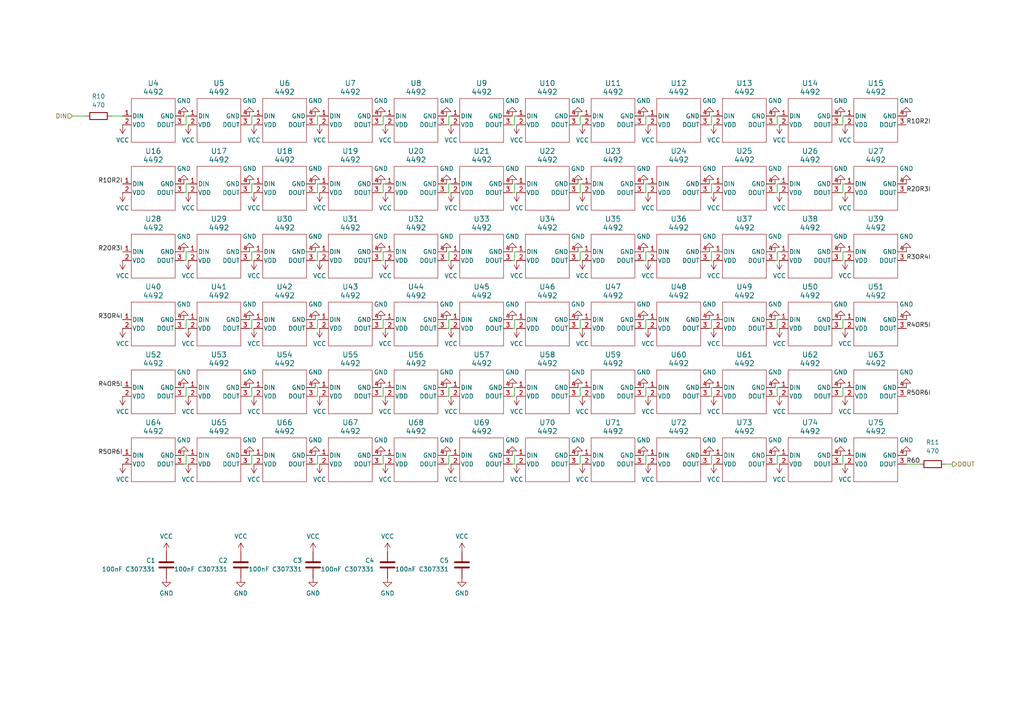
<source format=kicad_sch>
(kicad_sch (version 20250114) (generator "eeschema") (generator_version "9.0")
  (paper "A4")
  (title_block (title "LED Array") (date "2025-07-13") (rev "0.1"))
  (wire (pts (xy 225.425 33.655) (xy 225.425 36.195)))
  (wire (pts (xy 149.225 92.71) (xy 149.225 95.25)))
  (wire (pts (xy 243.84 55.88) (xy 244.475 55.88)))
  (wire (pts (xy 73.025 33.655) (xy 73.025 36.195)))
  (wire (pts (xy 225.425 73.025) (xy 225.425 75.565)))
  (wire (pts (xy 73.025 92.71) (xy 73.025 95.25)))
  (wire (pts (xy 91.44 36.195) (xy 92.075 36.195)))
  (wire (pts (xy 110.49 75.565) (xy 111.125 75.565)))
  (wire (pts (xy 225.425 112.395) (xy 226.06 112.395)))
  (wire (pts (xy 149.225 73.025) (xy 149.86 73.025)))
  (wire (pts (xy 205.74 114.935) (xy 206.375 114.935)))
  (wire (pts (xy 92.075 73.025) (xy 92.075 75.565)))
  (wire (pts (xy 205.74 75.565) (xy 206.375 75.565)))
  (wire (pts (xy 206.375 73.025) (xy 206.375 75.565)))
  (wire (pts (xy 73.025 112.395) (xy 73.025 114.935)))
  (wire (pts (xy 187.325 132.08) (xy 187.325 134.62)))
  (wire (pts (xy 167.64 114.935) (xy 168.275 114.935)))
  (wire (pts (xy 149.225 73.025) (xy 149.225 75.565)))
  (wire (pts (xy 224.79 55.88) (xy 225.425 55.88)))
  (wire (pts (xy 187.325 112.395) (xy 187.325 114.935)))
  (wire (pts (xy 73.025 33.655) (xy 73.66 33.655)))
  (wire (pts (xy 92.075 53.34) (xy 92.71 53.34)))
  (wire (pts (xy 168.275 112.395) (xy 168.275 114.935)))
  (wire (pts (xy 72.39 55.88) (xy 73.025 55.88)))
  (wire (pts (xy 92.075 33.655) (xy 92.71 33.655)))
  (wire (pts (xy 206.375 132.08) (xy 206.375 134.62)))
  (wire (pts (xy 111.125 53.34) (xy 111.76 53.34)))
  (wire (pts (xy 148.59 114.935) (xy 149.225 114.935)))
  (wire (pts (xy 168.275 132.08) (xy 168.275 134.62)))
  (wire (pts (xy 92.075 132.08) (xy 92.71 132.08)))
  (wire (pts (xy 243.84 75.565) (xy 244.475 75.565)))
  (wire (pts (xy 225.425 92.71) (xy 226.06 92.71)))
  (wire (pts (xy 53.975 33.655) (xy 53.975 36.195)))
  (wire (pts (xy 149.225 53.34) (xy 149.86 53.34)))
  (wire (pts (xy 53.975 132.08) (xy 54.61 132.08)))
  (wire (pts (xy 187.325 92.71) (xy 187.325 95.25)))
  (wire (pts (xy 205.74 95.25) (xy 206.375 95.25)))
  (wire (pts (xy 110.49 95.25) (xy 111.125 95.25)))
  (wire (pts (xy 168.275 73.025) (xy 168.275 75.565)))
  (wire (pts (xy 205.74 134.62) (xy 206.375 134.62)))
  (wire (pts (xy 206.375 92.71) (xy 206.375 95.25)))
  (wire (pts (xy 205.74 55.88) (xy 206.375 55.88)))
  (wire (pts (xy 111.125 112.395) (xy 111.125 114.935)))
  (wire (pts (xy 187.325 53.34) (xy 187.325 55.88)))
  (wire (pts (xy 168.275 73.025) (xy 168.91 73.025)))
  (wire (pts (xy 20.955 33.655) (xy 24.765 33.655)))
  (wire (pts (xy 186.69 114.935) (xy 187.325 114.935)))
  (wire (pts (xy 53.34 134.62) (xy 53.975 134.62)))
  (wire (pts (xy 73.025 112.395) (xy 73.66 112.395)))
  (wire (pts (xy 224.79 95.25) (xy 225.425 95.25)))
  (wire (pts (xy 167.64 134.62) (xy 168.275 134.62)))
  (wire (pts (xy 244.475 73.025) (xy 245.11 73.025)))
  (wire (pts (xy 224.79 75.565) (xy 225.425 75.565)))
  (wire (pts (xy 206.375 112.395) (xy 207.01 112.395)))
  (wire (pts (xy 244.475 33.655) (xy 245.11 33.655)))
  (wire (pts (xy 130.175 92.71) (xy 130.81 92.71)))
  (wire (pts (xy 73.025 73.025) (xy 73.025 75.565)))
  (wire (pts (xy 73.025 92.71) (xy 73.66 92.71)))
  (wire (pts (xy 225.425 53.34) (xy 225.425 55.88)))
  (wire (pts (xy 53.975 53.34) (xy 54.61 53.34)))
  (wire (pts (xy 129.54 95.25) (xy 130.175 95.25)))
  (wire (pts (xy 224.79 36.195) (xy 225.425 36.195)))
  (wire (pts (xy 72.39 95.25) (xy 73.025 95.25)))
  (wire (pts (xy 73.025 132.08) (xy 73.66 132.08)))
  (wire (pts (xy 206.375 33.655) (xy 207.01 33.655)))
  (wire (pts (xy 53.34 36.195) (xy 53.975 36.195)))
  (wire (pts (xy 53.975 132.08) (xy 53.975 134.62)))
  (wire (pts (xy 206.375 132.08) (xy 207.01 132.08)))
  (wire (pts (xy 243.84 36.195) (xy 244.475 36.195)))
  (wire (pts (xy 168.275 53.34) (xy 168.275 55.88)))
  (wire (pts (xy 32.385 33.655) (xy 35.56 33.655)))
  (wire (pts (xy 187.325 73.025) (xy 187.325 75.565)))
  (wire (pts (xy 72.39 134.62) (xy 73.025 134.62)))
  (wire (pts (xy 244.475 92.71) (xy 245.11 92.71)))
  (wire (pts (xy 148.59 134.62) (xy 149.225 134.62)))
  (wire (pts (xy 130.175 92.71) (xy 130.175 95.25)))
  (wire (pts (xy 91.44 95.25) (xy 92.075 95.25)))
  (wire (pts (xy 244.475 92.71) (xy 244.475 95.25)))
  (wire (pts (xy 111.125 132.08) (xy 111.125 134.62)))
  (wire (pts (xy 149.225 33.655) (xy 149.86 33.655)))
  (wire (pts (xy 53.34 75.565) (xy 53.975 75.565)))
  (wire (pts (xy 243.84 114.935) (xy 244.475 114.935)))
  (wire (pts (xy 72.39 114.935) (xy 73.025 114.935)))
  (wire (pts (xy 130.175 73.025) (xy 130.175 75.565)))
  (wire (pts (xy 130.175 53.34) (xy 130.81 53.34)))
  (wire (pts (xy 187.325 92.71) (xy 187.96 92.71)))
  (wire (pts (xy 168.275 112.395) (xy 168.91 112.395)))
  (wire (pts (xy 130.175 112.395) (xy 130.81 112.395)))
  (wire (pts (xy 149.225 112.395) (xy 149.225 114.935)))
  (wire (pts (xy 168.275 92.71) (xy 168.275 95.25)))
  (wire (pts (xy 92.075 132.08) (xy 92.075 134.62)))
  (wire (pts (xy 111.125 132.08) (xy 111.76 132.08)))
  (wire (pts (xy 225.425 132.08) (xy 226.06 132.08)))
  (wire (pts (xy 53.975 112.395) (xy 53.975 114.935)))
  (wire (pts (xy 148.59 36.195) (xy 149.225 36.195)))
  (wire (pts (xy 206.375 73.025) (xy 207.01 73.025)))
  (wire (pts (xy 73.025 73.025) (xy 73.66 73.025)))
  (wire (pts (xy 53.975 73.025) (xy 54.61 73.025)))
  (wire (pts (xy 244.475 132.08) (xy 244.475 134.62)))
  (wire (pts (xy 73.025 53.34) (xy 73.025 55.88)))
  (wire (pts (xy 129.54 134.62) (xy 130.175 134.62)))
  (wire (pts (xy 149.225 132.08) (xy 149.86 132.08)))
  (wire (pts (xy 129.54 114.935) (xy 130.175 114.935)))
  (wire (pts (xy 186.69 36.195) (xy 187.325 36.195)))
  (wire (pts (xy 129.54 75.565) (xy 130.175 75.565)))
  (wire (pts (xy 244.475 53.34) (xy 244.475 55.88)))
  (wire (pts (xy 111.125 73.025) (xy 111.125 75.565)))
  (wire (pts (xy 187.325 33.655) (xy 187.96 33.655)))
  (wire (pts (xy 111.125 33.655) (xy 111.125 36.195)))
  (wire (pts (xy 187.325 112.395) (xy 187.96 112.395)))
  (wire (pts (xy 92.075 73.025) (xy 92.71 73.025)))
  (wire (pts (xy 111.125 92.71) (xy 111.76 92.71)))
  (wire (pts (xy 92.075 92.71) (xy 92.075 95.25)))
  (wire (pts (xy 225.425 92.71) (xy 225.425 95.25)))
  (wire (pts (xy 73.025 132.08) (xy 73.025 134.62)))
  (wire (pts (xy 167.64 36.195) (xy 168.275 36.195)))
  (wire (pts (xy 111.125 92.71) (xy 111.125 95.25)))
  (wire (pts (xy 186.69 134.62) (xy 187.325 134.62)))
  (wire (pts (xy 274.32 134.62) (xy 276.225 134.62)))
  (wire (pts (xy 149.225 33.655) (xy 149.225 36.195)))
  (wire (pts (xy 149.225 92.71) (xy 149.86 92.71)))
  (wire (pts (xy 168.275 132.08) (xy 168.91 132.08)))
  (wire (pts (xy 244.475 53.34) (xy 245.11 53.34)))
  (wire (pts (xy 225.425 73.025) (xy 226.06 73.025)))
  (wire (pts (xy 53.975 53.34) (xy 53.975 55.88)))
  (wire (pts (xy 92.075 112.395) (xy 92.075 114.935)))
  (wire (pts (xy 91.44 55.88) (xy 92.075 55.88)))
  (wire (pts (xy 224.79 114.935) (xy 225.425 114.935)))
  (wire (pts (xy 244.475 112.395) (xy 244.475 114.935)))
  (wire (pts (xy 187.325 53.34) (xy 187.96 53.34)))
  (wire (pts (xy 205.74 36.195) (xy 206.375 36.195)))
  (wire (pts (xy 148.59 55.88) (xy 149.225 55.88)))
  (wire (pts (xy 206.375 53.34) (xy 206.375 55.88)))
  (wire (pts (xy 186.69 55.88) (xy 187.325 55.88)))
  (wire (pts (xy 53.34 114.935) (xy 53.975 114.935)))
  (wire (pts (xy 110.49 55.88) (xy 111.125 55.88)))
  (wire (pts (xy 53.975 92.71) (xy 53.975 95.25)))
  (wire (pts (xy 130.175 33.655) (xy 130.81 33.655)))
  (wire (pts (xy 92.075 92.71) (xy 92.71 92.71)))
  (wire (pts (xy 53.975 33.655) (xy 54.61 33.655)))
  (wire (pts (xy 92.075 33.655) (xy 92.075 36.195)))
  (wire (pts (xy 111.125 53.34) (xy 111.125 55.88)))
  (wire (pts (xy 110.49 114.935) (xy 111.125 114.935)))
  (wire (pts (xy 53.975 92.71) (xy 54.61 92.71)))
  (wire (pts (xy 130.175 132.08) (xy 130.81 132.08)))
  (wire (pts (xy 206.375 112.395) (xy 206.375 114.935)))
  (wire (pts (xy 129.54 36.195) (xy 130.175 36.195)))
  (wire (pts (xy 225.425 53.34) (xy 226.06 53.34)))
  (wire (pts (xy 167.64 95.25) (xy 168.275 95.25)))
  (wire (pts (xy 92.075 53.34) (xy 92.075 55.88)))
  (wire (pts (xy 225.425 33.655) (xy 226.06 33.655)))
  (wire (pts (xy 187.325 73.025) (xy 187.96 73.025)))
  (wire (pts (xy 244.475 112.395) (xy 245.11 112.395)))
  (wire (pts (xy 262.89 134.62) (xy 266.7 134.62)))
  (wire (pts (xy 225.425 132.08) (xy 225.425 134.62)))
  (wire (pts (xy 225.425 112.395) (xy 225.425 114.935)))
  (wire (pts (xy 167.64 55.88) (xy 168.275 55.88)))
  (wire (pts (xy 149.225 132.08) (xy 149.225 134.62)))
  (wire (pts (xy 187.325 33.655) (xy 187.325 36.195)))
  (wire (pts (xy 168.275 33.655) (xy 168.275 36.195)))
  (wire (pts (xy 129.54 55.88) (xy 130.175 55.88)))
  (wire (pts (xy 244.475 132.08) (xy 245.11 132.08)))
  (wire (pts (xy 148.59 75.565) (xy 149.225 75.565)))
  (wire (pts (xy 130.175 53.34) (xy 130.175 55.88)))
  (wire (pts (xy 53.34 55.88) (xy 53.975 55.88)))
  (wire (pts (xy 72.39 75.565) (xy 73.025 75.565)))
  (wire (pts (xy 168.275 53.34) (xy 168.91 53.34)))
  (wire (pts (xy 243.84 95.25) (xy 244.475 95.25)))
  (wire (pts (xy 111.125 112.395) (xy 111.76 112.395)))
  (wire (pts (xy 53.975 73.025) (xy 53.975 75.565)))
  (wire (pts (xy 148.59 95.25) (xy 149.225 95.25)))
  (wire (pts (xy 206.375 33.655) (xy 206.375 36.195)))
  (wire (pts (xy 244.475 73.025) (xy 244.475 75.565)))
  (wire (pts (xy 168.275 92.71) (xy 168.91 92.71)))
  (wire (pts (xy 53.34 95.25) (xy 53.975 95.25)))
  (wire (pts (xy 91.44 75.565) (xy 92.075 75.565)))
  (wire (pts (xy 91.44 114.935) (xy 92.075 114.935)))
  (wire (pts (xy 130.175 112.395) (xy 130.175 114.935)))
  (wire (pts (xy 186.69 95.25) (xy 187.325 95.25)))
  (wire (pts (xy 224.79 134.62) (xy 225.425 134.62)))
  (wire (pts (xy 149.225 112.395) (xy 149.86 112.395)))
  (wire (pts (xy 187.325 132.08) (xy 187.96 132.08)))
  (wire (pts (xy 130.175 33.655) (xy 130.175 36.195)))
  (wire (pts (xy 149.225 53.34) (xy 149.225 55.88)))
  (wire (pts (xy 206.375 53.34) (xy 207.01 53.34)))
  (wire (pts (xy 243.84 134.62) (xy 244.475 134.62)))
  (wire (pts (xy 186.69 75.565) (xy 187.325 75.565)))
  (wire (pts (xy 111.125 33.655) (xy 111.76 33.655)))
  (wire (pts (xy 92.075 112.395) (xy 92.71 112.395)))
  (wire (pts (xy 130.175 132.08) (xy 130.175 134.62)))
  (wire (pts (xy 73.025 53.34) (xy 73.66 53.34)))
  (wire (pts (xy 167.64 75.565) (xy 168.275 75.565)))
  (wire (pts (xy 72.39 36.195) (xy 73.025 36.195)))
  (wire (pts (xy 111.125 73.025) (xy 111.76 73.025)))
  (wire (pts (xy 91.44 134.62) (xy 92.075 134.62)))
  (wire (pts (xy 168.275 33.655) (xy 168.91 33.655)))
  (wire (pts (xy 244.475 33.655) (xy 244.475 36.195)))
  (wire (pts (xy 53.975 112.395) (xy 54.61 112.395)))
  (wire (pts (xy 110.49 36.195) (xy 111.125 36.195)))
  (wire (pts (xy 130.175 73.025) (xy 130.81 73.025)))
  (wire (pts (xy 206.375 92.71) (xy 207.01 92.71)))
  (wire (pts (xy 110.49 134.62) (xy 111.125 134.62)))
  (label "R1OR2I" (at 35.56 53.34 180))
  (label "R3OR4I" (at 262.89 75.565 0))
  (label "R5OR6I" (at 262.89 114.935 0))
  (label "R1OR2I" (at 262.89 36.195 0))
  (label "R5OR6I" (at 35.56 132.08 180))
  (label "R4OR5I" (at 35.56 112.395 180))
  (label "R3OR4I" (at 35.56 92.71 180))
  (label "R4OR5I" (at 262.89 95.25 0))
  (label "R2OR3I" (at 35.56 73.025 180))
  (label "R6O" (at 262.89 134.62 0))
  (label "R2OR3I" (at 262.89 55.88 0))
  (hierarchical_label "DOUT" (shape output) (at 276.225 134.62 0))
  (hierarchical_label "DIN" (shape input) (at 20.955 33.655 180))
  (symbol (lib_id "power:GND") (at 167.64 132.08 180) (unit 1)
    (property "Reference" "#PWR0144" (effects (hide yes)))
    (property "Value" "GND" (at 167.64 127.635 0))
    (property "Description" "Power symbol creates a global label with name \"GND\" , ground" (effects (hide yes)))
  )
  (symbol (lib_id "SK6805_EC15:4492") (at 233.68 53.34 0) (unit 1)
    (property "Reference" "U27" (at 254 43.815 0) (effects (font (size 1.524 1.524))))
    (property "Value" "4492" (at 254 46.355 0) (effects (font (size 1.524 1.524))))
    (property "Footprint" "4492_ADA" (effects (hide yes)))
    (property "Datasheet" "4492" (effects (hide yes)))
  )
  (symbol (lib_id "power:VCC") (at 92.71 114.935 180) (unit 1)
    (property "Reference" "#PWR0129" (effects (hide yes)))
    (property "Value" "VCC" (at 92.71 119.38 0))
    (property "Description" "Power symbol creates a global label with name \"VCC\"" (effects (hide yes)))
  )
  (symbol (lib_id "SK6805_EC15:4492") (at 233.68 132.08 0) (unit 1)
    (property "Reference" "U75" (at 254 122.555 0) (effects (font (size 1.524 1.524))))
    (property "Value" "4492" (at 254 125.095 0) (effects (font (size 1.524 1.524))))
    (property "Footprint" "4492_ADA" (effects (hide yes)))
    (property "Datasheet" "4492" (effects (hide yes)))
  )
  (symbol (lib_id "SK6805_EC15:4492") (at 119.38 92.71 0) (unit 1)
    (property "Reference" "U45" (at 139.7 83.185 0) (effects (font (size 1.524 1.524))))
    (property "Value" "4492" (at 139.7 85.725 0) (effects (font (size 1.524 1.524))))
    (property "Footprint" "4492_ADA" (effects (hide yes)))
    (property "Datasheet" "4492" (effects (hide yes)))
  )
  (symbol (lib_id "SK6805_EC15:4492") (at 81.28 112.395 0) (unit 1)
    (property "Reference" "U55" (at 101.6 102.87 0) (effects (font (size 1.524 1.524))))
    (property "Value" "4492" (at 101.6 105.41 0) (effects (font (size 1.524 1.524))))
    (property "Footprint" "4492_ADA" (effects (hide yes)))
    (property "Datasheet" "4492" (effects (hide yes)))
  )
  (symbol (lib_id "SK6805_EC15:4492") (at 62.23 92.71 0) (unit 1)
    (property "Reference" "U42" (at 82.55 83.185 0) (effects (font (size 1.524 1.524))))
    (property "Value" "4492" (at 82.55 85.725 0) (effects (font (size 1.524 1.524))))
    (property "Footprint" "4492_ADA" (effects (hide yes)))
    (property "Datasheet" "4492" (effects (hide yes)))
  )
  (symbol (lib_id "power:GND") (at 91.44 73.025 180) (unit 1)
    (property "Reference" "#PWR068" (effects (hide yes)))
    (property "Value" "GND" (at 91.44 68.58 0))
    (property "Description" "Power symbol creates a global label with name \"GND\" , ground" (effects (hide yes)))
  )
  (symbol (lib_id "power:GND") (at 91.44 33.655 180) (unit 1)
    (property "Reference" "#PWR020" (effects (hide yes)))
    (property "Value" "GND" (at 91.44 29.21 0))
    (property "Description" "Power symbol creates a global label with name \"GND\" , ground" (effects (hide yes)))
  )
  (symbol (lib_id "power:VCC") (at 73.66 75.565 180) (unit 1)
    (property "Reference" "#PWR080" (effects (hide yes)))
    (property "Value" "VCC" (at 73.66 80.01 0))
    (property "Description" "Power symbol creates a global label with name \"VCC\"" (effects (hide yes)))
  )
  (symbol (lib_id "SK6805_EC15:4492") (at 176.53 33.655 0) (unit 1)
    (property "Reference" "U12" (at 196.85 24.13 0) (effects (font (size 1.524 1.524))))
    (property "Value" "4492" (at 196.85 26.67 0) (effects (font (size 1.524 1.524))))
    (property "Footprint" "4492_ADA" (effects (hide yes)))
    (property "Datasheet" "4492" (effects (hide yes)))
  )
  (symbol (lib_id "power:GND") (at 110.49 132.08 180) (unit 1)
    (property "Reference" "#PWR0141" (effects (hide yes)))
    (property "Value" "GND" (at 110.49 127.635 0))
    (property "Description" "Power symbol creates a global label with name \"GND\" , ground" (effects (hide yes)))
  )
  (symbol (lib_id "power:VCC") (at 245.11 36.195 180) (unit 1)
    (property "Reference" "#PWR041" (effects (hide yes)))
    (property "Value" "VCC" (at 245.11 40.64 0))
    (property "Description" "Power symbol creates a global label with name \"VCC\"" (effects (hide yes)))
  )
  (symbol (lib_id "SK6805_EC15:4492") (at 233.68 33.655 0) (unit 1)
    (property "Reference" "U15" (at 254 24.13 0) (effects (font (size 1.524 1.524))))
    (property "Value" "4492" (at 254 26.67 0) (effects (font (size 1.524 1.524))))
    (property "Footprint" "4492_ADA" (effects (hide yes)))
    (property "Datasheet" "4492" (effects (hide yes)))
  )
  (symbol (lib_id "SK6805_EC15:4492") (at 100.33 33.655 0) (unit 1)
    (property "Reference" "U8" (at 120.65 24.13 0) (effects (font (size 1.524 1.524))))
    (property "Value" "4492" (at 120.65 26.67 0) (effects (font (size 1.524 1.524))))
    (property "Footprint" "4492_ADA" (effects (hide yes)))
    (property "Datasheet" "4492" (effects (hide yes)))
  )
  (symbol (lib_id "SK6805_EC15:4492") (at 176.53 112.395 0) (unit 1)
    (property "Reference" "U60" (at 196.85 102.87 0) (effects (font (size 1.524 1.524))))
    (property "Value" "4492" (at 196.85 105.41 0) (effects (font (size 1.524 1.524))))
    (property "Footprint" "4492_ADA" (effects (hide yes)))
    (property "Datasheet" "4492" (effects (hide yes)))
  )
  (symbol (lib_id "power:VCC") (at 149.86 114.935 180) (unit 1)
    (property "Reference" "#PWR0132" (effects (hide yes)))
    (property "Value" "VCC" (at 149.86 119.38 0))
    (property "Description" "Power symbol creates a global label with name \"VCC\"" (effects (hide yes)))
  )
  (symbol (lib_id "power:GND") (at 72.39 53.34 180) (unit 1)
    (property "Reference" "#PWR043" (effects (hide yes)))
    (property "Value" "GND" (at 72.39 48.895 0))
    (property "Description" "Power symbol creates a global label with name \"GND\" , ground" (effects (hide yes)))
  )
  (symbol (lib_id "power:VCC") (at 226.06 36.195 180) (unit 1)
    (property "Reference" "#PWR040" (effects (hide yes)))
    (property "Value" "VCC" (at 226.06 40.64 0))
    (property "Description" "Power symbol creates a global label with name \"VCC\"" (effects (hide yes)))
  )
  (symbol (lib_id "SK6805_EC15:4492") (at 81.28 33.655 0) (unit 1)
    (property "Reference" "U7" (at 101.6 24.13 0) (effects (font (size 1.524 1.524))))
    (property "Value" "4492" (at 101.6 26.67 0) (effects (font (size 1.524 1.524))))
    (property "Footprint" "4492_ADA" (effects (hide yes)))
    (property "Datasheet" "4492" (effects (hide yes)))
  )
  (symbol (lib_id "power:GND") (at 262.89 33.655 180) (unit 1)
    (property "Reference" "#PWR029" (effects (hide yes)))
    (property "Value" "GND" (at 262.89 29.21 0))
    (property "Description" "Power symbol creates a global label with name \"GND\" , ground" (effects (hide yes)))
  )
  (symbol (lib_id "SK6805_EC15:4492") (at 81.28 53.34 0) (unit 1)
    (property "Reference" "U19" (at 101.6 43.815 0) (effects (font (size 1.524 1.524))))
    (property "Value" "4492" (at 101.6 46.355 0) (effects (font (size 1.524 1.524))))
    (property "Footprint" "4492_ADA" (effects (hide yes)))
    (property "Datasheet" "4492" (effects (hide yes)))
  )
  (symbol (lib_id "power:GND") (at 224.79 73.025 180) (unit 1)
    (property "Reference" "#PWR075" (effects (hide yes)))
    (property "Value" "GND" (at 224.79 68.58 0))
    (property "Description" "Power symbol creates a global label with name \"GND\" , ground" (effects (hide yes)))
  )
  (symbol (lib_id "power:VCC") (at 111.76 95.25 180) (unit 1)
    (property "Reference" "#PWR0106" (effects (hide yes)))
    (property "Value" "VCC" (at 111.76 99.695 0))
    (property "Description" "Power symbol creates a global label with name \"VCC\"" (effects (hide yes)))
  )
  (symbol (lib_id "power:GND") (at 243.84 53.34 180) (unit 1)
    (property "Reference" "#PWR052" (effects (hide yes)))
    (property "Value" "GND" (at 243.84 48.895 0))
    (property "Description" "Power symbol creates a global label with name \"GND\" , ground" (effects (hide yes)))
  )
  (symbol (lib_id "Device:C") (at 48.26 163.83 0) (mirror x) (unit 1)
    (property "Reference" "C1" (at 45.085 162.5599 0) (effects (justify right)))
    (property "Value" "100nF C307331" (at 45.085 165.0999 0) (effects (justify right)))
    (property "Footprint" "Capacitor_SMD:C_0402_1005Metric" (effects (hide yes)))
    (property "Description" "Unpolarized capacitor" (effects (hide yes)))
  )
  (symbol (lib_id "SK6805_EC15:4492") (at 176.53 92.71 0) (unit 1)
    (property "Reference" "U48" (at 196.85 83.185 0) (effects (font (size 1.524 1.524))))
    (property "Value" "4492" (at 196.85 85.725 0) (effects (font (size 1.524 1.524))))
    (property "Footprint" "4492_ADA" (effects (hide yes)))
    (property "Datasheet" "4492" (effects (hide yes)))
  )
  (symbol (lib_id "power:VCC") (at 226.06 95.25 180) (unit 1)
    (property "Reference" "#PWR0112" (effects (hide yes)))
    (property "Value" "VCC" (at 226.06 99.695 0))
    (property "Description" "Power symbol creates a global label with name \"VCC\"" (effects (hide yes)))
  )
  (symbol (lib_id "Device:C") (at 69.85 163.83 0) (mirror x) (unit 1)
    (property "Reference" "C2" (at 66.04 162.5599 0) (effects (justify right)))
    (property "Value" "100nF C307331" (at 66.04 165.0999 0) (effects (justify right)))
    (property "Footprint" "Capacitor_SMD:C_0402_1005Metric" (effects (hide yes)))
    (property "Description" "Unpolarized capacitor" (effects (hide yes)))
  )
  (symbol (lib_id "SK6805_EC15:4492") (at 119.38 73.025 0) (unit 1)
    (property "Reference" "U33" (at 139.7 63.5 0) (effects (font (size 1.524 1.524))))
    (property "Value" "4492" (at 139.7 66.04 0) (effects (font (size 1.524 1.524))))
    (property "Footprint" "4492_ADA" (effects (hide yes)))
    (property "Datasheet" "4492" (effects (hide yes)))
  )
  (symbol (lib_id "power:GND") (at 53.34 112.395 180) (unit 1)
    (property "Reference" "#PWR0114" (effects (hide yes)))
    (property "Value" "GND" (at 53.34 107.95 0))
    (property "Description" "Power symbol creates a global label with name \"GND\" , ground" (effects (hide yes)))
  )
  (symbol (lib_id "SK6805_EC15:4492") (at 195.58 92.71 0) (unit 1)
    (property "Reference" "U49" (at 215.9 83.185 0) (effects (font (size 1.524 1.524))))
    (property "Value" "4492" (at 215.9 85.725 0) (effects (font (size 1.524 1.524))))
    (property "Footprint" "4492_ADA" (effects (hide yes)))
    (property "Datasheet" "4492" (effects (hide yes)))
  )
  (symbol (lib_id "power:GND") (at 72.39 132.08 180) (unit 1)
    (property "Reference" "#PWR0139" (effects (hide yes)))
    (property "Value" "GND" (at 72.39 127.635 0))
    (property "Description" "Power symbol creates a global label with name \"GND\" , ground" (effects (hide yes)))
  )
  (symbol (lib_id "power:VCC") (at 226.06 75.565 180) (unit 1)
    (property "Reference" "#PWR088" (effects (hide yes)))
    (property "Value" "VCC" (at 226.06 80.01 0))
    (property "Description" "Power symbol creates a global label with name \"VCC\"" (effects (hide yes)))
  )
  (symbol (lib_id "SK6805_EC15:4492") (at 81.28 73.025 0) (unit 1)
    (property "Reference" "U31" (at 101.6 63.5 0) (effects (font (size 1.524 1.524))))
    (property "Value" "4492" (at 101.6 66.04 0) (effects (font (size 1.524 1.524))))
    (property "Footprint" "4492_ADA" (effects (hide yes)))
    (property "Datasheet" "4492" (effects (hide yes)))
  )
  (symbol (lib_id "power:VCC") (at 35.56 36.195 180) (unit 1)
    (property "Reference" "#PWR030" (effects (hide yes)))
    (property "Value" "VCC" (at 35.56 40.64 0))
    (property "Description" "Power symbol creates a global label with name \"VCC\"" (effects (hide yes)))
  )
  (symbol (lib_id "power:VCC") (at 54.61 36.195 180) (unit 1)
    (property "Reference" "#PWR031" (effects (hide yes)))
    (property "Value" "VCC" (at 54.61 40.64 0))
    (property "Description" "Power symbol creates a global label with name \"VCC\"" (effects (hide yes)))
  )
  (symbol (lib_id "power:GND") (at 224.79 92.71 180) (unit 1)
    (property "Reference" "#PWR099" (effects (hide yes)))
    (property "Value" "GND" (at 224.79 88.265 0))
    (property "Description" "Power symbol creates a global label with name \"GND\" , ground" (effects (hide yes)))
  )
  (symbol (lib_id "power:GND") (at 243.84 33.655 180) (unit 1)
    (property "Reference" "#PWR028" (effects (hide yes)))
    (property "Value" "GND" (at 243.84 29.21 0))
    (property "Description" "Power symbol creates a global label with name \"GND\" , ground" (effects (hide yes)))
  )
  (symbol (lib_id "SK6805_EC15:4492") (at 62.23 73.025 0) (unit 1)
    (property "Reference" "U30" (at 82.55 63.5 0) (effects (font (size 1.524 1.524))))
    (property "Value" "4492" (at 82.55 66.04 0) (effects (font (size 1.524 1.524))))
    (property "Footprint" "4492_ADA" (effects (hide yes)))
    (property "Datasheet" "4492" (effects (hide yes)))
  )
  (symbol (lib_id "power:VCC") (at 130.81 55.88 180) (unit 1)
    (property "Reference" "#PWR059" (effects (hide yes)))
    (property "Value" "VCC" (at 130.81 60.325 0))
    (property "Description" "Power symbol creates a global label with name \"VCC\"" (effects (hide yes)))
  )
  (symbol (lib_id "power:VCC") (at 54.61 55.88 180) (unit 1)
    (property "Reference" "#PWR055" (effects (hide yes)))
    (property "Value" "VCC" (at 54.61 60.325 0))
    (property "Description" "Power symbol creates a global label with name \"VCC\"" (effects (hide yes)))
  )
  (symbol (lib_id "power:VCC") (at 245.11 75.565 180) (unit 1)
    (property "Reference" "#PWR089" (effects (hide yes)))
    (property "Value" "VCC" (at 245.11 80.01 0))
    (property "Description" "Power symbol creates a global label with name \"VCC\"" (effects (hide yes)))
  )
  (symbol (lib_id "power:GND") (at 129.54 73.025 180) (unit 1)
    (property "Reference" "#PWR070" (effects (hide yes)))
    (property "Value" "GND" (at 129.54 68.58 0))
    (property "Description" "Power symbol creates a global label with name \"GND\" , ground" (effects (hide yes)))
  )
  (symbol (lib_id "Device:C") (at 112.395 163.83 0) (mirror x) (unit 1)
    (property "Reference" "C4" (at 108.585 162.5599 0) (effects (justify right)))
    (property "Value" "100nF C307331" (at 108.585 165.0999 0) (effects (justify right)))
    (property "Footprint" "Capacitor_SMD:C_0402_1005Metric" (effects (hide yes)))
    (property "Description" "Unpolarized capacitor" (effects (hide yes)))
  )
  (symbol (lib_id "SK6805_EC15:4492") (at 43.18 112.395 0) (unit 1)
    (property "Reference" "U53" (at 63.5 102.87 0) (effects (font (size 1.524 1.524))))
    (property "Value" "4492" (at 63.5 105.41 0) (effects (font (size 1.524 1.524))))
    (property "Footprint" "4492_ADA" (effects (hide yes)))
    (property "Datasheet" "4492" (effects (hide yes)))
  )
  (symbol (lib_id "power:GND") (at 72.39 33.655 180) (unit 1)
    (property "Reference" "#PWR019" (effects (hide yes)))
    (property "Value" "GND" (at 72.39 29.21 0))
    (property "Description" "Power symbol creates a global label with name \"GND\" , ground" (effects (hide yes)))
  )
  (symbol (lib_id "SK6805_EC15:4492") (at 43.18 92.71 0) (unit 1)
    (property "Reference" "U41" (at 63.5 83.185 0) (effects (font (size 1.524 1.524))))
    (property "Value" "4492" (at 63.5 85.725 0) (effects (font (size 1.524 1.524))))
    (property "Footprint" "4492_ADA" (effects (hide yes)))
    (property "Datasheet" "4492" (effects (hide yes)))
  )
  (symbol (lib_id "power:GND") (at 148.59 92.71 180) (unit 1)
    (property "Reference" "#PWR095" (effects (hide yes)))
    (property "Value" "GND" (at 148.59 88.265 0))
    (property "Description" "Power symbol creates a global label with name \"GND\" , ground" (effects (hide yes)))
  )
  (symbol (lib_id "SK6805_EC15:4492") (at 233.68 112.395 0) (unit 1)
    (property "Reference" "U63" (at 254 102.87 0) (effects (font (size 1.524 1.524))))
    (property "Value" "4492" (at 254 105.41 0) (effects (font (size 1.524 1.524))))
    (property "Footprint" "4492_ADA" (effects (hide yes)))
    (property "Datasheet" "4492" (effects (hide yes)))
  )
  (symbol (lib_id "SK6805_EC15:4492") (at 81.28 92.71 0) (unit 1)
    (property "Reference" "U43" (at 101.6 83.185 0) (effects (font (size 1.524 1.524))))
    (property "Value" "4492" (at 101.6 85.725 0) (effects (font (size 1.524 1.524))))
    (property "Footprint" "4492_ADA" (effects (hide yes)))
    (property "Datasheet" "4492" (effects (hide yes)))
  )
  (symbol (lib_id "power:VCC") (at 35.56 114.935 180) (unit 1)
    (property "Reference" "#PWR0126" (effects (hide yes)))
    (property "Value" "VCC" (at 35.56 119.38 0))
    (property "Description" "Power symbol creates a global label with name \"VCC\"" (effects (hide yes)))
  )
  (symbol (lib_id "power:GND") (at 133.985 167.64 0) (unit 1)
    (property "Reference" "#PWR0171" (effects (hide yes)))
    (property "Value" "GND" (at 133.985 172.085 0))
    (property "Description" "Power symbol creates a global label with name \"GND\" , ground" (effects (hide yes)))
  )
  (symbol (lib_id "SK6805_EC15:4492") (at 157.48 132.08 0) (unit 1)
    (property "Reference" "U71" (at 177.8 122.555 0) (effects (font (size 1.524 1.524))))
    (property "Value" "4492" (at 177.8 125.095 0) (effects (font (size 1.524 1.524))))
    (property "Footprint" "4492_ADA" (effects (hide yes)))
    (property "Datasheet" "4492" (effects (hide yes)))
  )
  (symbol (lib_id "power:VCC") (at 73.66 114.935 180) (unit 1)
    (property "Reference" "#PWR0128" (effects (hide yes)))
    (property "Value" "VCC" (at 73.66 119.38 0))
    (property "Description" "Power symbol creates a global label with name \"VCC\"" (effects (hide yes)))
  )
  (symbol (lib_id "power:VCC") (at 207.01 75.565 180) (unit 1)
    (property "Reference" "#PWR087" (effects (hide yes)))
    (property "Value" "VCC" (at 207.01 80.01 0))
    (property "Description" "Power symbol creates a global label with name \"VCC\"" (effects (hide yes)))
  )
  (symbol (lib_id "power:GND") (at 110.49 33.655 180) (unit 1)
    (property "Reference" "#PWR021" (effects (hide yes)))
    (property "Value" "GND" (at 110.49 29.21 0))
    (property "Description" "Power symbol creates a global label with name \"GND\" , ground" (effects (hide yes)))
  )
  (symbol (lib_id "Device:R") (at 270.51 134.62 90) (unit 1)
    (property "Reference" "R11" (at 270.51 128.27 90))
    (property "Value" "470" (at 270.51 130.81 90))
    (property "Footprint" "Resistor_SMD:R_0603_1608Metric" (effects (hide yes)))
    (property "Description" "Resistor" (effects (hide yes)))
  )
  (symbol (lib_id "power:VCC") (at 226.06 134.62 180) (unit 1)
    (property "Reference" "#PWR0160" (effects (hide yes)))
    (property "Value" "VCC" (at 226.06 139.065 0))
    (property "Description" "Power symbol creates a global label with name \"VCC\"" (effects (hide yes)))
  )
  (symbol (lib_id "power:VCC") (at 245.11 114.935 180) (unit 1)
    (property "Reference" "#PWR0137" (effects (hide yes)))
    (property "Value" "VCC" (at 245.11 119.38 0))
    (property "Description" "Power symbol creates a global label with name \"VCC\"" (effects (hide yes)))
  )
  (symbol (lib_id "SK6805_EC15:4492") (at 100.33 132.08 0) (unit 1)
    (property "Reference" "U68" (at 120.65 122.555 0) (effects (font (size 1.524 1.524))))
    (property "Value" "4492" (at 120.65 125.095 0) (effects (font (size 1.524 1.524))))
    (property "Footprint" "4492_ADA" (effects (hide yes)))
    (property "Datasheet" "4492" (effects (hide yes)))
  )
  (symbol (lib_id "SK6805_EC15:4492") (at 214.63 73.025 0) (unit 1)
    (property "Reference" "U38" (at 234.95 63.5 0) (effects (font (size 1.524 1.524))))
    (property "Value" "4492" (at 234.95 66.04 0) (effects (font (size 1.524 1.524))))
    (property "Footprint" "4492_ADA" (effects (hide yes)))
    (property "Datasheet" "4492" (effects (hide yes)))
  )
  (symbol (lib_id "power:VCC") (at 187.96 36.195 180) (unit 1)
    (property "Reference" "#PWR038" (effects (hide yes)))
    (property "Value" "VCC" (at 187.96 40.64 0))
    (property "Description" "Power symbol creates a global label with name \"VCC\"" (effects (hide yes)))
  )
  (symbol (lib_id "power:GND") (at 167.64 33.655 180) (unit 1)
    (property "Reference" "#PWR024" (effects (hide yes)))
    (property "Value" "GND" (at 167.64 29.21 0))
    (property "Description" "Power symbol creates a global label with name \"GND\" , ground" (effects (hide yes)))
  )
  (symbol (lib_id "power:VCC") (at 226.06 114.935 180) (unit 1)
    (property "Reference" "#PWR0136" (effects (hide yes)))
    (property "Value" "VCC" (at 226.06 119.38 0))
    (property "Description" "Power symbol creates a global label with name \"VCC\"" (effects (hide yes)))
  )
  (symbol (lib_id "SK6805_EC15:4492") (at 119.38 53.34 0) (unit 1)
    (property "Reference" "U21" (at 139.7 43.815 0) (effects (font (size 1.524 1.524))))
    (property "Value" "4492" (at 139.7 46.355 0) (effects (font (size 1.524 1.524))))
    (property "Footprint" "4492_ADA" (effects (hide yes)))
    (property "Datasheet" "4492" (effects (hide yes)))
  )
  (symbol (lib_id "power:GND") (at 53.34 73.025 180) (unit 1)
    (property "Reference" "#PWR066" (effects (hide yes)))
    (property "Value" "GND" (at 53.34 68.58 0))
    (property "Description" "Power symbol creates a global label with name \"GND\" , ground" (effects (hide yes)))
  )
  (symbol (lib_id "power:GND") (at 205.74 33.655 180) (unit 1)
    (property "Reference" "#PWR026" (effects (hide yes)))
    (property "Value" "GND" (at 205.74 29.21 0))
    (property "Description" "Power symbol creates a global label with name \"GND\" , ground" (effects (hide yes)))
  )
  (symbol (lib_id "power:VCC") (at 187.96 134.62 180) (unit 1)
    (property "Reference" "#PWR0158" (effects (hide yes)))
    (property "Value" "VCC" (at 187.96 139.065 0))
    (property "Description" "Power symbol creates a global label with name \"VCC\"" (effects (hide yes)))
  )
  (symbol (lib_id "power:GND") (at 205.74 92.71 180) (unit 1)
    (property "Reference" "#PWR098" (effects (hide yes)))
    (property "Value" "GND" (at 205.74 88.265 0))
    (property "Description" "Power symbol creates a global label with name \"GND\" , ground" (effects (hide yes)))
  )
  (symbol (lib_id "SK6805_EC15:4492") (at 138.43 132.08 0) (unit 1)
    (property "Reference" "U70" (at 158.75 122.555 0) (effects (font (size 1.524 1.524))))
    (property "Value" "4492" (at 158.75 125.095 0) (effects (font (size 1.524 1.524))))
    (property "Footprint" "4492_ADA" (effects (hide yes)))
    (property "Datasheet" "4492" (effects (hide yes)))
  )
  (symbol (lib_id "Device:C") (at 90.805 163.83 0) (mirror x) (unit 1)
    (property "Reference" "C3" (at 87.63 162.5599 0) (effects (justify right)))
    (property "Value" "100nF C307331" (at 87.63 165.0999 0) (effects (justify right)))
    (property "Footprint" "Capacitor_SMD:C_0402_1005Metric" (effects (hide yes)))
    (property "Description" "Unpolarized capacitor" (effects (hide yes)))
  )
  (symbol (lib_id "power:GND") (at 91.44 112.395 180) (unit 1)
    (property "Reference" "#PWR0116" (effects (hide yes)))
    (property "Value" "GND" (at 91.44 107.95 0))
    (property "Description" "Power symbol creates a global label with name \"GND\" , ground" (effects (hide yes)))
  )
  (symbol (lib_id "SK6805_EC15:4492") (at 100.33 112.395 0) (unit 1)
    (property "Reference" "U56" (at 120.65 102.87 0) (effects (font (size 1.524 1.524))))
    (property "Value" "4492" (at 120.65 105.41 0) (effects (font (size 1.524 1.524))))
    (property "Footprint" "4492_ADA" (effects (hide yes)))
    (property "Datasheet" "4492" (effects (hide yes)))
  )
  (symbol (lib_id "SK6805_EC15:4492") (at 195.58 53.34 0) (unit 1)
    (property "Reference" "U25" (at 215.9 43.815 0) (effects (font (size 1.524 1.524))))
    (property "Value" "4492" (at 215.9 46.355 0) (effects (font (size 1.524 1.524))))
    (property "Footprint" "4492_ADA" (effects (hide yes)))
    (property "Datasheet" "4492" (effects (hide yes)))
  )
  (symbol (lib_id "power:VCC") (at 168.91 75.565 180) (unit 1)
    (property "Reference" "#PWR085" (effects (hide yes)))
    (property "Value" "VCC" (at 168.91 80.01 0))
    (property "Description" "Power symbol creates a global label with name \"VCC\"" (effects (hide yes)))
  )
  (symbol (lib_id "SK6805_EC15:4492") (at 176.53 73.025 0) (unit 1)
    (property "Reference" "U36" (at 196.85 63.5 0) (effects (font (size 1.524 1.524))))
    (property "Value" "4492" (at 196.85 66.04 0) (effects (font (size 1.524 1.524))))
    (property "Footprint" "4492_ADA" (effects (hide yes)))
    (property "Datasheet" "4492" (effects (hide yes)))
  )
  (symbol (lib_id "power:GND") (at 186.69 33.655 180) (unit 1)
    (property "Reference" "#PWR025" (effects (hide yes)))
    (property "Value" "GND" (at 186.69 29.21 0))
    (property "Description" "Power symbol creates a global label with name \"GND\" , ground" (effects (hide yes)))
  )
  (symbol (lib_id "SK6805_EC15:4492") (at 62.23 132.08 0) (unit 1)
    (property "Reference" "U66" (at 82.55 122.555 0) (effects (font (size 1.524 1.524))))
    (property "Value" "4492" (at 82.55 125.095 0) (effects (font (size 1.524 1.524))))
    (property "Footprint" "4492_ADA" (effects (hide yes)))
    (property "Datasheet" "4492" (effects (hide yes)))
  )
  (symbol (lib_id "power:VCC") (at 168.91 134.62 180) (unit 1)
    (property "Reference" "#PWR0157" (effects (hide yes)))
    (property "Value" "VCC" (at 168.91 139.065 0))
    (property "Description" "Power symbol creates a global label with name \"VCC\"" (effects (hide yes)))
  )
  (symbol (lib_id "SK6805_EC15:4492") (at 81.28 132.08 0) (unit 1)
    (property "Reference" "U67" (at 101.6 122.555 0) (effects (font (size 1.524 1.524))))
    (property "Value" "4492" (at 101.6 125.095 0) (effects (font (size 1.524 1.524))))
    (property "Footprint" "4492_ADA" (effects (hide yes)))
    (property "Datasheet" "4492" (effects (hide yes)))
  )
  (symbol (lib_id "power:GND") (at 53.34 132.08 180) (unit 1)
    (property "Reference" "#PWR0138" (effects (hide yes)))
    (property "Value" "GND" (at 53.34 127.635 0))
    (property "Description" "Power symbol creates a global label with name \"GND\" , ground" (effects (hide yes)))
  )
  (symbol (lib_id "power:GND") (at 167.64 92.71 180) (unit 1)
    (property "Reference" "#PWR096" (effects (hide yes)))
    (property "Value" "GND" (at 167.64 88.265 0))
    (property "Description" "Power symbol creates a global label with name \"GND\" , ground" (effects (hide yes)))
  )
  (symbol (lib_id "SK6805_EC15:4492") (at 138.43 73.025 0) (unit 1)
    (property "Reference" "U34" (at 158.75 63.5 0) (effects (font (size 1.524 1.524))))
    (property "Value" "4492" (at 158.75 66.04 0) (effects (font (size 1.524 1.524))))
    (property "Footprint" "4492_ADA" (effects (hide yes)))
    (property "Datasheet" "4492" (effects (hide yes)))
  )
  (symbol (lib_id "power:VCC") (at 111.76 114.935 180) (unit 1)
    (property "Reference" "#PWR0130" (effects (hide yes)))
    (property "Value" "VCC" (at 111.76 119.38 0))
    (property "Description" "Power symbol creates a global label with name \"VCC\"" (effects (hide yes)))
  )
  (symbol (lib_id "SK6805_EC15:4492") (at 195.58 33.655 0) (unit 1)
    (property "Reference" "U13" (at 215.9 24.13 0) (effects (font (size 1.524 1.524))))
    (property "Value" "4492" (at 215.9 26.67 0) (effects (font (size 1.524 1.524))))
    (property "Footprint" "4492_ADA" (effects (hide yes)))
    (property "Datasheet" "4492" (effects (hide yes)))
  )
  (symbol (lib_id "SK6805_EC15:4492") (at 24.13 132.08 0) (unit 1)
    (property "Reference" "U64" (at 44.45 122.555 0) (effects (font (size 1.524 1.524))))
    (property "Value" "4492" (at 44.45 125.095 0) (effects (font (size 1.524 1.524))))
    (property "Footprint" "4492_ADA" (effects (hide yes)))
    (property "Datasheet" "4492" (effects (hide yes)))
  )
  (symbol (lib_id "power:GND") (at 112.395 167.64 0) (unit 1)
    (property "Reference" "#PWR0170" (effects (hide yes)))
    (property "Value" "GND" (at 112.395 172.085 0))
    (property "Description" "Power symbol creates a global label with name \"GND\" , ground" (effects (hide yes)))
  )
  (symbol (lib_id "power:GND") (at 129.54 132.08 180) (unit 1)
    (property "Reference" "#PWR0142" (effects (hide yes)))
    (property "Value" "GND" (at 129.54 127.635 0))
    (property "Description" "Power symbol creates a global label with name \"GND\" , ground" (effects (hide yes)))
  )
  (symbol (lib_id "power:GND") (at 148.59 73.025 180) (unit 1)
    (property "Reference" "#PWR071" (effects (hide yes)))
    (property "Value" "GND" (at 148.59 68.58 0))
    (property "Description" "Power symbol creates a global label with name \"GND\" , ground" (effects (hide yes)))
  )
  (symbol (lib_id "SK6805_EC15:4492") (at 43.18 73.025 0) (unit 1)
    (property "Reference" "U29" (at 63.5 63.5 0) (effects (font (size 1.524 1.524))))
    (property "Value" "4492" (at 63.5 66.04 0) (effects (font (size 1.524 1.524))))
    (property "Footprint" "4492_ADA" (effects (hide yes)))
    (property "Datasheet" "4492" (effects (hide yes)))
  )
  (symbol (lib_id "power:VCC") (at 149.86 95.25 180) (unit 1)
    (property "Reference" "#PWR0108" (effects (hide yes)))
    (property "Value" "VCC" (at 149.86 99.695 0))
    (property "Description" "Power symbol creates a global label with name \"VCC\"" (effects (hide yes)))
  )
  (symbol (lib_id "power:VCC") (at 207.01 36.195 180) (unit 1)
    (property "Reference" "#PWR039" (effects (hide yes)))
    (property "Value" "VCC" (at 207.01 40.64 0))
    (property "Description" "Power symbol creates a global label with name \"VCC\"" (effects (hide yes)))
  )
  (symbol (lib_id "power:GND") (at 148.59 132.08 180) (unit 1)
    (property "Reference" "#PWR0143" (effects (hide yes)))
    (property "Value" "GND" (at 148.59 127.635 0))
    (property "Description" "Power symbol creates a global label with name \"GND\" , ground" (effects (hide yes)))
  )
  (symbol (lib_id "power:VCC") (at 168.91 95.25 180) (unit 1)
    (property "Reference" "#PWR0109" (effects (hide yes)))
    (property "Value" "VCC" (at 168.91 99.695 0))
    (property "Description" "Power symbol creates a global label with name \"VCC\"" (effects (hide yes)))
  )
  (symbol (lib_id "SK6805_EC15:4492") (at 195.58 132.08 0) (unit 1)
    (property "Reference" "U73" (at 215.9 122.555 0) (effects (font (size 1.524 1.524))))
    (property "Value" "4492" (at 215.9 125.095 0) (effects (font (size 1.524 1.524))))
    (property "Footprint" "4492_ADA" (effects (hide yes)))
    (property "Datasheet" "4492" (effects (hide yes)))
  )
  (symbol (lib_id "power:VCC") (at 149.86 55.88 180) (unit 1)
    (property "Reference" "#PWR060" (effects (hide yes)))
    (property "Value" "VCC" (at 149.86 60.325 0))
    (property "Description" "Power symbol creates a global label with name \"VCC\"" (effects (hide yes)))
  )
  (symbol (lib_id "power:VCC") (at 149.86 75.565 180) (unit 1)
    (property "Reference" "#PWR084" (effects (hide yes)))
    (property "Value" "VCC" (at 149.86 80.01 0))
    (property "Description" "Power symbol creates a global label with name \"VCC\"" (effects (hide yes)))
  )
  (symbol (lib_id "power:VCC") (at 130.81 134.62 180) (unit 1)
    (property "Reference" "#PWR0155" (effects (hide yes)))
    (property "Value" "VCC" (at 130.81 139.065 0))
    (property "Description" "Power symbol creates a global label with name \"VCC\"" (effects (hide yes)))
  )
  (symbol (lib_id "power:GND") (at 224.79 53.34 180) (unit 1)
    (property "Reference" "#PWR051" (effects (hide yes)))
    (property "Value" "GND" (at 224.79 48.895 0))
    (property "Description" "Power symbol creates a global label with name \"GND\" , ground" (effects (hide yes)))
  )
  (symbol (lib_id "power:GND") (at 110.49 73.025 180) (unit 1)
    (property "Reference" "#PWR069" (effects (hide yes)))
    (property "Value" "GND" (at 110.49 68.58 0))
    (property "Description" "Power symbol creates a global label with name \"GND\" , ground" (effects (hide yes)))
  )
  (symbol (lib_id "SK6805_EC15:4492") (at 24.13 53.34 0) (unit 1)
    (property "Reference" "U16" (at 44.45 43.815 0) (effects (font (size 1.524 1.524))))
    (property "Value" "4492" (at 44.45 46.355 0) (effects (font (size 1.524 1.524))))
    (property "Footprint" "4492_ADA" (effects (hide yes)))
    (property "Datasheet" "4492" (effects (hide yes)))
  )
  (symbol (lib_id "power:VCC") (at 69.85 160.02 0) (unit 1)
    (property "Reference" "#PWR0163" (effects (hide yes)))
    (property "Value" "VCC" (at 69.85 155.575 0))
    (property "Description" "Power symbol creates a global label with name \"VCC\"" (effects (hide yes)))
  )
  (symbol (lib_id "power:GND") (at 167.64 53.34 180) (unit 1)
    (property "Reference" "#PWR048" (effects (hide yes)))
    (property "Value" "GND" (at 167.64 48.895 0))
    (property "Description" "Power symbol creates a global label with name \"GND\" , ground" (effects (hide yes)))
  )
  (symbol (lib_id "power:VCC") (at 35.56 75.565 180) (unit 1)
    (property "Reference" "#PWR078" (effects (hide yes)))
    (property "Value" "VCC" (at 35.56 80.01 0))
    (property "Description" "Power symbol creates a global label with name \"VCC\"" (effects (hide yes)))
  )
  (symbol (lib_id "power:VCC") (at 168.91 36.195 180) (unit 1)
    (property "Reference" "#PWR037" (effects (hide yes)))
    (property "Value" "VCC" (at 168.91 40.64 0))
    (property "Description" "Power symbol creates a global label with name \"VCC\"" (effects (hide yes)))
  )
  (symbol (lib_id "power:GND") (at 167.64 73.025 180) (unit 1)
    (property "Reference" "#PWR072" (effects (hide yes)))
    (property "Value" "GND" (at 167.64 68.58 0))
    (property "Description" "Power symbol creates a global label with name \"GND\" , ground" (effects (hide yes)))
  )
  (symbol (lib_id "SK6805_EC15:4492") (at 24.13 33.655 0) (unit 1)
    (property "Reference" "U4" (at 44.45 24.13 0) (effects (font (size 1.524 1.524))))
    (property "Value" "4492" (at 44.45 26.67 0) (effects (font (size 1.524 1.524))))
    (property "Footprint" "SK6805_EC15:4492_ADA" (effects (hide yes)))
    (property "Datasheet" "4492" (effects (hide yes)))
  )
  (symbol (lib_id "power:GND") (at 129.54 33.655 180) (unit 1)
    (property "Reference" "#PWR022" (effects (hide yes)))
    (property "Value" "GND" (at 129.54 29.21 0))
    (property "Description" "Power symbol creates a global label with name \"GND\" , ground" (effects (hide yes)))
  )
  (symbol (lib_id "power:GND") (at 224.79 132.08 180) (unit 1)
    (property "Reference" "#PWR0147" (effects (hide yes)))
    (property "Value" "GND" (at 224.79 127.635 0))
    (property "Description" "Power symbol creates a global label with name \"GND\" , ground" (effects (hide yes)))
  )
  (symbol (lib_id "SK6805_EC15:4492") (at 100.33 53.34 0) (unit 1)
    (property "Reference" "U20" (at 120.65 43.815 0) (effects (font (size 1.524 1.524))))
    (property "Value" "4492" (at 120.65 46.355 0) (effects (font (size 1.524 1.524))))
    (property "Footprint" "4492_ADA" (effects (hide yes)))
    (property "Datasheet" "4492" (effects (hide yes)))
  )
  (symbol (lib_id "power:VCC") (at 245.11 95.25 180) (unit 1)
    (property "Reference" "#PWR0113" (effects (hide yes)))
    (property "Value" "VCC" (at 245.11 99.695 0))
    (property "Description" "Power symbol creates a global label with name \"VCC\"" (effects (hide yes)))
  )
  (symbol (lib_id "power:GND") (at 205.74 53.34 180) (unit 1)
    (property "Reference" "#PWR050" (effects (hide yes)))
    (property "Value" "GND" (at 205.74 48.895 0))
    (property "Description" "Power symbol creates a global label with name \"GND\" , ground" (effects (hide yes)))
  )
  (symbol (lib_id "power:GND") (at 72.39 73.025 180) (unit 1)
    (property "Reference" "#PWR067" (effects (hide yes)))
    (property "Value" "GND" (at 72.39 68.58 0))
    (property "Description" "Power symbol creates a global label with name \"GND\" , ground" (effects (hide yes)))
  )
  (symbol (lib_id "SK6805_EC15:4492") (at 119.38 112.395 0) (unit 1)
    (property "Reference" "U57" (at 139.7 102.87 0) (effects (font (size 1.524 1.524))))
    (property "Value" "4492" (at 139.7 105.41 0) (effects (font (size 1.524 1.524))))
    (property "Footprint" "4492_ADA" (effects (hide yes)))
    (property "Datasheet" "4492" (effects (hide yes)))
  )
  (symbol (lib_id "power:GND") (at 262.89 53.34 180) (unit 1)
    (property "Reference" "#PWR053" (effects (hide yes)))
    (property "Value" "GND" (at 262.89 48.895 0))
    (property "Description" "Power symbol creates a global label with name \"GND\" , ground" (effects (hide yes)))
  )
  (symbol (lib_id "power:VCC") (at 111.76 134.62 180) (unit 1)
    (property "Reference" "#PWR0154" (effects (hide yes)))
    (property "Value" "VCC" (at 111.76 139.065 0))
    (property "Description" "Power symbol creates a global label with name \"VCC\"" (effects (hide yes)))
  )
  (symbol (lib_id "power:VCC") (at 48.26 160.02 0) (unit 1)
    (property "Reference" "#PWR0162" (effects (hide yes)))
    (property "Value" "VCC" (at 48.26 155.575 0))
    (property "Description" "Power symbol creates a global label with name \"VCC\"" (effects (hide yes)))
  )
  (symbol (lib_id "power:VCC") (at 90.805 160.02 0) (unit 1)
    (property "Reference" "#PWR0164" (effects (hide yes)))
    (property "Value" "VCC" (at 90.805 155.575 0))
    (property "Description" "Power symbol creates a global label with name \"VCC\"" (effects (hide yes)))
  )
  (symbol (lib_id "power:GND") (at 186.69 92.71 180) (unit 1)
    (property "Reference" "#PWR097" (effects (hide yes)))
    (property "Value" "GND" (at 186.69 88.265 0))
    (property "Description" "Power symbol creates a global label with name \"GND\" , ground" (effects (hide yes)))
  )
  (symbol (lib_id "SK6805_EC15:4492") (at 43.18 33.655 0) (unit 1)
    (property "Reference" "U5" (at 63.5 24.13 0) (effects (font (size 1.524 1.524))))
    (property "Value" "4492" (at 63.5 26.67 0) (effects (font (size 1.524 1.524))))
    (property "Footprint" "4492_ADA" (effects (hide yes)))
    (property "Datasheet" "4492" (effects (hide yes)))
  )
  (symbol (lib_id "power:GND") (at 91.44 53.34 180) (unit 1)
    (property "Reference" "#PWR044" (effects (hide yes)))
    (property "Value" "GND" (at 91.44 48.895 0))
    (property "Description" "Power symbol creates a global label with name \"GND\" , ground" (effects (hide yes)))
  )
  (symbol (lib_id "power:VCC") (at 245.11 55.88 180) (unit 1)
    (property "Reference" "#PWR065" (effects (hide yes)))
    (property "Value" "VCC" (at 245.11 60.325 0))
    (property "Description" "Power symbol creates a global label with name \"VCC\"" (effects (hide yes)))
  )
  (symbol (lib_id "power:GND") (at 129.54 53.34 180) (unit 1)
    (property "Reference" "#PWR046" (effects (hide yes)))
    (property "Value" "GND" (at 129.54 48.895 0))
    (property "Description" "Power symbol creates a global label with name \"GND\" , ground" (effects (hide yes)))
  )
  (symbol (lib_id "power:GND") (at 186.69 73.025 180) (unit 1)
    (property "Reference" "#PWR073" (effects (hide yes)))
    (property "Value" "GND" (at 186.69 68.58 0))
    (property "Description" "Power symbol creates a global label with name \"GND\" , ground" (effects (hide yes)))
  )
  (symbol (lib_id "SK6805_EC15:4492") (at 233.68 73.025 0) (unit 1)
    (property "Reference" "U39" (at 254 63.5 0) (effects (font (size 1.524 1.524))))
    (property "Value" "4492" (at 254 66.04 0) (effects (font (size 1.524 1.524))))
    (property "Footprint" "4492_ADA" (effects (hide yes)))
    (property "Datasheet" "4492" (effects (hide yes)))
  )
  (symbol (lib_id "SK6805_EC15:4492") (at 43.18 132.08 0) (unit 1)
    (property "Reference" "U65" (at 63.5 122.555 0) (effects (font (size 1.524 1.524))))
    (property "Value" "4492" (at 63.5 125.095 0) (effects (font (size 1.524 1.524))))
    (property "Footprint" "4492_ADA" (effects (hide yes)))
    (property "Datasheet" "4492" (effects (hide yes)))
  )
  (symbol (lib_id "power:GND") (at 186.69 112.395 180) (unit 1)
    (property "Reference" "#PWR0121" (effects (hide yes)))
    (property "Value" "GND" (at 186.69 107.95 0))
    (property "Description" "Power symbol creates a global label with name \"GND\" , ground" (effects (hide yes)))
  )
  (symbol (lib_id "power:VCC") (at 207.01 134.62 180) (unit 1)
    (property "Reference" "#PWR0159" (effects (hide yes)))
    (property "Value" "VCC" (at 207.01 139.065 0))
    (property "Description" "Power symbol creates a global label with name \"VCC\"" (effects (hide yes)))
  )
  (symbol (lib_id "power:GND") (at 90.805 167.64 0) (unit 1)
    (property "Reference" "#PWR0169" (effects (hide yes)))
    (property "Value" "GND" (at 90.805 172.085 0))
    (property "Description" "Power symbol creates a global label with name \"GND\" , ground" (effects (hide yes)))
  )
  (symbol (lib_id "power:VCC") (at 73.66 134.62 180) (unit 1)
    (property "Reference" "#PWR0152" (effects (hide yes)))
    (property "Value" "VCC" (at 73.66 139.065 0))
    (property "Description" "Power symbol creates a global label with name \"VCC\"" (effects (hide yes)))
  )
  (symbol (lib_id "power:VCC") (at 73.66 36.195 180) (unit 1)
    (property "Reference" "#PWR032" (effects (hide yes)))
    (property "Value" "VCC" (at 73.66 40.64 0))
    (property "Description" "Power symbol creates a global label with name \"VCC\"" (effects (hide yes)))
  )
  (symbol (lib_id "power:VCC") (at 130.81 36.195 180) (unit 1)
    (property "Reference" "#PWR035" (effects (hide yes)))
    (property "Value" "VCC" (at 130.81 40.64 0))
    (property "Description" "Power symbol creates a global label with name \"VCC\"" (effects (hide yes)))
  )
  (symbol (lib_id "SK6805_EC15:4492") (at 62.23 33.655 0) (unit 1)
    (property "Reference" "U6" (at 82.55 24.13 0) (effects (font (size 1.524 1.524))))
    (property "Value" "4492" (at 82.55 26.67 0) (effects (font (size 1.524 1.524))))
    (property "Footprint" "4492_ADA" (effects (hide yes)))
    (property "Datasheet" "4492" (effects (hide yes)))
  )
  (symbol (lib_id "power:VCC") (at 54.61 75.565 180) (unit 1)
    (property "Reference" "#PWR079" (effects (hide yes)))
    (property "Value" "VCC" (at 54.61 80.01 0))
    (property "Description" "Power symbol creates a global label with name \"VCC\"" (effects (hide yes)))
  )
  (symbol (lib_id "power:GND") (at 48.26 167.64 0) (unit 1)
    (property "Reference" "#PWR0167" (effects (hide yes)))
    (property "Value" "GND" (at 48.26 172.085 0))
    (property "Description" "Power symbol creates a global label with name \"GND\" , ground" (effects (hide yes)))
  )
  (symbol (lib_id "power:GND") (at 243.84 112.395 180) (unit 1)
    (property "Reference" "#PWR0124" (effects (hide yes)))
    (property "Value" "GND" (at 243.84 107.95 0))
    (property "Description" "Power symbol creates a global label with name \"GND\" , ground" (effects (hide yes)))
  )
  (symbol (lib_id "power:VCC") (at 35.56 55.88 180) (unit 1)
    (property "Reference" "#PWR054" (effects (hide yes)))
    (property "Value" "VCC" (at 35.56 60.325 0))
    (property "Description" "Power symbol creates a global label with name \"VCC\"" (effects (hide yes)))
  )
  (symbol (lib_id "power:GND") (at 167.64 112.395 180) (unit 1)
    (property "Reference" "#PWR0120" (effects (hide yes)))
    (property "Value" "GND" (at 167.64 107.95 0))
    (property "Description" "Power symbol creates a global label with name \"GND\" , ground" (effects (hide yes)))
  )
  (symbol (lib_id "SK6805_EC15:4492") (at 195.58 112.395 0) (unit 1)
    (property "Reference" "U61" (at 215.9 102.87 0) (effects (font (size 1.524 1.524))))
    (property "Value" "4492" (at 215.9 105.41 0) (effects (font (size 1.524 1.524))))
    (property "Footprint" "4492_ADA" (effects (hide yes)))
    (property "Datasheet" "4492" (effects (hide yes)))
  )
  (symbol (lib_id "power:GND") (at 110.49 53.34 180) (unit 1)
    (property "Reference" "#PWR045" (effects (hide yes)))
    (property "Value" "GND" (at 110.49 48.895 0))
    (property "Description" "Power symbol creates a global label with name \"GND\" , ground" (effects (hide yes)))
  )
  (symbol (lib_id "SK6805_EC15:4492") (at 157.48 92.71 0) (unit 1)
    (property "Reference" "U47" (at 177.8 83.185 0) (effects (font (size 1.524 1.524))))
    (property "Value" "4492" (at 177.8 85.725 0) (effects (font (size 1.524 1.524))))
    (property "Footprint" "4492_ADA" (effects (hide yes)))
    (property "Datasheet" "4492" (effects (hide yes)))
  )
  (symbol (lib_id "SK6805_EC15:4492") (at 100.33 73.025 0) (unit 1)
    (property "Reference" "U32" (at 120.65 63.5 0) (effects (font (size 1.524 1.524))))
    (property "Value" "4492" (at 120.65 66.04 0) (effects (font (size 1.524 1.524))))
    (property "Footprint" "4492_ADA" (effects (hide yes)))
    (property "Datasheet" "4492" (effects (hide yes)))
  )
  (symbol (lib_id "power:VCC") (at 112.395 160.02 0) (unit 1)
    (property "Reference" "#PWR0165" (effects (hide yes)))
    (property "Value" "VCC" (at 112.395 155.575 0))
    (property "Description" "Power symbol creates a global label with name \"VCC\"" (effects (hide yes)))
  )
  (symbol (lib_id "SK6805_EC15:4492") (at 176.53 53.34 0) (unit 1)
    (property "Reference" "U24" (at 196.85 43.815 0) (effects (font (size 1.524 1.524))))
    (property "Value" "4492" (at 196.85 46.355 0) (effects (font (size 1.524 1.524))))
    (property "Footprint" "4492_ADA" (effects (hide yes)))
    (property "Datasheet" "4492" (effects (hide yes)))
  )
  (symbol (lib_id "power:VCC") (at 92.71 95.25 180) (unit 1)
    (property "Reference" "#PWR0105" (effects (hide yes)))
    (property "Value" "VCC" (at 92.71 99.695 0))
    (property "Description" "Power symbol creates a global label with name \"VCC\"" (effects (hide yes)))
  )
  (symbol (lib_id "SK6805_EC15:4492") (at 157.48 53.34 0) (unit 1)
    (property "Reference" "U23" (at 177.8 43.815 0) (effects (font (size 1.524 1.524))))
    (property "Value" "4492" (at 177.8 46.355 0) (effects (font (size 1.524 1.524))))
    (property "Footprint" "4492_ADA" (effects (hide yes)))
    (property "Datasheet" "4492" (effects (hide yes)))
  )
  (symbol (lib_id "power:GND") (at 205.74 73.025 180) (unit 1)
    (property "Reference" "#PWR074" (effects (hide yes)))
    (property "Value" "GND" (at 205.74 68.58 0))
    (property "Description" "Power symbol creates a global label with name \"GND\" , ground" (effects (hide yes)))
  )
  (symbol (lib_id "power:GND") (at 262.89 112.395 180) (unit 1)
    (property "Reference" "#PWR0125" (effects (hide yes)))
    (property "Value" "GND" (at 262.89 107.95 0))
    (property "Description" "Power symbol creates a global label with name \"GND\" , ground" (effects (hide yes)))
  )
  (symbol (lib_id "power:GND") (at 224.79 33.655 180) (unit 1)
    (property "Reference" "#PWR027" (effects (hide yes)))
    (property "Value" "GND" (at 224.79 29.21 0))
    (property "Description" "Power symbol creates a global label with name \"GND\" , ground" (effects (hide yes)))
  )
  (symbol (lib_id "SK6805_EC15:4492") (at 138.43 112.395 0) (unit 1)
    (property "Reference" "U58" (at 158.75 102.87 0) (effects (font (size 1.524 1.524))))
    (property "Value" "4492" (at 158.75 105.41 0) (effects (font (size 1.524 1.524))))
    (property "Footprint" "4492_ADA" (effects (hide yes)))
    (property "Datasheet" "4492" (effects (hide yes)))
  )
  (symbol (lib_id "power:GND") (at 186.69 53.34 180) (unit 1)
    (property "Reference" "#PWR049" (effects (hide yes)))
    (property "Value" "GND" (at 186.69 48.895 0))
    (property "Description" "Power symbol creates a global label with name \"GND\" , ground" (effects (hide yes)))
  )
  (symbol (lib_id "power:GND") (at 243.84 73.025 180) (unit 1)
    (property "Reference" "#PWR076" (effects (hide yes)))
    (property "Value" "GND" (at 243.84 68.58 0))
    (property "Description" "Power symbol creates a global label with name \"GND\" , ground" (effects (hide yes)))
  )
  (symbol (lib_id "SK6805_EC15:4492") (at 157.48 112.395 0) (unit 1)
    (property "Reference" "U59" (at 177.8 102.87 0) (effects (font (size 1.524 1.524))))
    (property "Value" "4492" (at 177.8 105.41 0) (effects (font (size 1.524 1.524))))
    (property "Footprint" "4492_ADA" (effects (hide yes)))
    (property "Datasheet" "4492" (effects (hide yes)))
  )
  (symbol (lib_id "power:VCC") (at 226.06 55.88 180) (unit 1)
    (property "Reference" "#PWR064" (effects (hide yes)))
    (property "Value" "VCC" (at 226.06 60.325 0))
    (property "Description" "Power symbol creates a global label with name \"VCC\"" (effects (hide yes)))
  )
  (symbol (lib_id "SK6805_EC15:4492") (at 119.38 33.655 0) (unit 1)
    (property "Reference" "U9" (at 139.7 24.13 0) (effects (font (size 1.524 1.524))))
    (property "Value" "4492" (at 139.7 26.67 0) (effects (font (size 1.524 1.524))))
    (property "Footprint" "4492_ADA" (effects (hide yes)))
    (property "Datasheet" "4492" (effects (hide yes)))
  )
  (symbol (lib_id "power:GND") (at 91.44 132.08 180) (unit 1)
    (property "Reference" "#PWR0140" (effects (hide yes)))
    (property "Value" "GND" (at 91.44 127.635 0))
    (property "Description" "Power symbol creates a global label with name \"GND\" , ground" (effects (hide yes)))
  )
  (symbol (lib_id "SK6805_EC15:4492") (at 176.53 132.08 0) (unit 1)
    (property "Reference" "U72" (at 196.85 122.555 0) (effects (font (size 1.524 1.524))))
    (property "Value" "4492" (at 196.85 125.095 0) (effects (font (size 1.524 1.524))))
    (property "Footprint" "4492_ADA" (effects (hide yes)))
    (property "Datasheet" "4492" (effects (hide yes)))
  )
  (symbol (lib_id "power:VCC") (at 111.76 55.88 180) (unit 1)
    (property "Reference" "#PWR058" (effects (hide yes)))
    (property "Value" "VCC" (at 111.76 60.325 0))
    (property "Description" "Power symbol creates a global label with name \"VCC\"" (effects (hide yes)))
  )
  (symbol (lib_id "Device:R") (at 28.575 33.655 90) (unit 1)
    (property "Reference" "R10" (at 28.575 27.94 90))
    (property "Value" "470" (at 28.575 30.48 90))
    (property "Footprint" "Resistor_SMD:R_0603_1608Metric" (effects (hide yes)))
    (property "Description" "Resistor" (effects (hide yes)))
  )
  (symbol (lib_id "Device:C") (at 133.985 163.83 0) (mirror y) (unit 1)
    (property "Reference" "C5" (at 130.175 162.5599 0) (effects (justify left)))
    (property "Value" "100nF C307331" (at 130.175 165.0999 0) (effects (justify left)))
    (property "Footprint" "Capacitor_SMD:C_0402_1005Metric" (effects (hide yes)))
    (property "Description" "Unpolarized capacitor" (effects (hide yes)))
  )
  (symbol (lib_id "SK6805_EC15:4492") (at 24.13 92.71 0) (unit 1)
    (property "Reference" "U40" (at 44.45 83.185 0) (effects (font (size 1.524 1.524))))
    (property "Value" "4492" (at 44.45 85.725 0) (effects (font (size 1.524 1.524))))
    (property "Footprint" "4492_ADA" (effects (hide yes)))
    (property "Datasheet" "4492" (effects (hide yes)))
  )
  (symbol (lib_id "power:GND") (at 53.34 33.655 180) (unit 1)
    (property "Reference" "#PWR018" (effects (hide yes)))
    (property "Value" "GND" (at 53.34 29.21 0))
    (property "Description" "Power symbol creates a global label with name \"GND\" , ground" (effects (hide yes)))
  )
  (symbol (lib_id "power:GND") (at 205.74 112.395 180) (unit 1)
    (property "Reference" "#PWR0122" (effects (hide yes)))
    (property "Value" "GND" (at 205.74 107.95 0))
    (property "Description" "Power symbol creates a global label with name \"GND\" , ground" (effects (hide yes)))
  )
  (symbol (lib_id "SK6805_EC15:4492") (at 24.13 73.025 0) (unit 1)
    (property "Reference" "U28" (at 44.45 63.5 0) (effects (font (size 1.524 1.524))))
    (property "Value" "4492" (at 44.45 66.04 0) (effects (font (size 1.524 1.524))))
    (property "Footprint" "4492_ADA" (effects (hide yes)))
    (property "Datasheet" "4492" (effects (hide yes)))
  )
  (symbol (lib_id "power:VCC") (at 149.86 36.195 180) (unit 1)
    (property "Reference" "#PWR036" (effects (hide yes)))
    (property "Value" "VCC" (at 149.86 40.64 0))
    (property "Description" "Power symbol creates a global label with name \"VCC\"" (effects (hide yes)))
  )
  (symbol (lib_id "power:VCC") (at 92.71 55.88 180) (unit 1)
    (property "Reference" "#PWR057" (effects (hide yes)))
    (property "Value" "VCC" (at 92.71 60.325 0))
    (property "Description" "Power symbol creates a global label with name \"VCC\"" (effects (hide yes)))
  )
  (symbol (lib_id "SK6805_EC15:4492") (at 138.43 33.655 0) (unit 1)
    (property "Reference" "U10" (at 158.75 24.13 0) (effects (font (size 1.524 1.524))))
    (property "Value" "4492" (at 158.75 26.67 0) (effects (font (size 1.524 1.524))))
    (property "Footprint" "4492_ADA" (effects (hide yes)))
    (property "Datasheet" "4492" (effects (hide yes)))
  )
  (symbol (lib_id "power:VCC") (at 92.71 75.565 180) (unit 1)
    (property "Reference" "#PWR081" (effects (hide yes)))
    (property "Value" "VCC" (at 92.71 80.01 0))
    (property "Description" "Power symbol creates a global label with name \"VCC\"" (effects (hide yes)))
  )
  (symbol (lib_id "SK6805_EC15:4492") (at 100.33 92.71 0) (unit 1)
    (property "Reference" "U44" (at 120.65 83.185 0) (effects (font (size 1.524 1.524))))
    (property "Value" "4492" (at 120.65 85.725 0) (effects (font (size 1.524 1.524))))
    (property "Footprint" "4492_ADA" (effects (hide yes)))
    (property "Datasheet" "4492" (effects (hide yes)))
  )
  (symbol (lib_id "power:GND") (at 224.79 112.395 180) (unit 1)
    (property "Reference" "#PWR0123" (effects (hide yes)))
    (property "Value" "GND" (at 224.79 107.95 0))
    (property "Description" "Power symbol creates a global label with name \"GND\" , ground" (effects (hide yes)))
  )
  (symbol (lib_id "SK6805_EC15:4492") (at 214.63 132.08 0) (unit 1)
    (property "Reference" "U74" (at 234.95 122.555 0) (effects (font (size 1.524 1.524))))
    (property "Value" "4492" (at 234.95 125.095 0) (effects (font (size 1.524 1.524))))
    (property "Footprint" "4492_ADA" (effects (hide yes)))
    (property "Datasheet" "4492" (effects (hide yes)))
  )
  (symbol (lib_id "power:GND") (at 110.49 92.71 180) (unit 1)
    (property "Reference" "#PWR093" (effects (hide yes)))
    (property "Value" "GND" (at 110.49 88.265 0))
    (property "Description" "Power symbol creates a global label with name \"GND\" , ground" (effects (hide yes)))
  )
  (symbol (lib_id "power:VCC") (at 130.81 75.565 180) (unit 1)
    (property "Reference" "#PWR083" (effects (hide yes)))
    (property "Value" "VCC" (at 130.81 80.01 0))
    (property "Description" "Power symbol creates a global label with name \"VCC\"" (effects (hide yes)))
  )
  (symbol (lib_id "SK6805_EC15:4492") (at 214.63 112.395 0) (unit 1)
    (property "Reference" "U62" (at 234.95 102.87 0) (effects (font (size 1.524 1.524))))
    (property "Value" "4492" (at 234.95 105.41 0) (effects (font (size 1.524 1.524))))
    (property "Footprint" "4492_ADA" (effects (hide yes)))
    (property "Datasheet" "4492" (effects (hide yes)))
  )
  (symbol (lib_id "power:VCC") (at 73.66 55.88 180) (unit 1)
    (property "Reference" "#PWR056" (effects (hide yes)))
    (property "Value" "VCC" (at 73.66 60.325 0))
    (property "Description" "Power symbol creates a global label with name \"VCC\"" (effects (hide yes)))
  )
  (symbol (lib_id "SK6805_EC15:4492") (at 62.23 112.395 0) (unit 1)
    (property "Reference" "U54" (at 82.55 102.87 0) (effects (font (size 1.524 1.524))))
    (property "Value" "4492" (at 82.55 105.41 0) (effects (font (size 1.524 1.524))))
    (property "Footprint" "4492_ADA" (effects (hide yes)))
    (property "Datasheet" "4492" (effects (hide yes)))
  )
  (symbol (lib_id "SK6805_EC15:4492") (at 24.13 112.395 0) (unit 1)
    (property "Reference" "U52" (at 44.45 102.87 0) (effects (font (size 1.524 1.524))))
    (property "Value" "4492" (at 44.45 105.41 0) (effects (font (size 1.524 1.524))))
    (property "Footprint" "4492_ADA" (effects (hide yes)))
    (property "Datasheet" "4492" (effects (hide yes)))
  )
  (symbol (lib_id "power:GND") (at 262.89 73.025 180) (unit 1)
    (property "Reference" "#PWR077" (effects (hide yes)))
    (property "Value" "GND" (at 262.89 68.58 0))
    (property "Description" "Power symbol creates a global label with name \"GND\" , ground" (effects (hide yes)))
  )
  (symbol (lib_id "SK6805_EC15:4492") (at 119.38 132.08 0) (unit 1)
    (property "Reference" "U69" (at 139.7 122.555 0) (effects (font (size 1.524 1.524))))
    (property "Value" "4492" (at 139.7 125.095 0) (effects (font (size 1.524 1.524))))
    (property "Footprint" "4492_ADA" (effects (hide yes)))
    (property "Datasheet" "4492" (effects (hide yes)))
  )
  (symbol (lib_id "power:GND") (at 186.69 132.08 180) (unit 1)
    (property "Reference" "#PWR0145" (effects (hide yes)))
    (property "Value" "GND" (at 186.69 127.635 0))
    (property "Description" "Power symbol creates a global label with name \"GND\" , ground" (effects (hide yes)))
  )
  (symbol (lib_id "power:VCC") (at 54.61 95.25 180) (unit 1)
    (property "Reference" "#PWR0103" (effects (hide yes)))
    (property "Value" "VCC" (at 54.61 99.695 0))
    (property "Description" "Power symbol creates a global label with name \"VCC\"" (effects (hide yes)))
  )
  (symbol (lib_id "power:GND") (at 262.89 132.08 180) (unit 1)
    (property "Reference" "#PWR0149" (effects (hide yes)))
    (property "Value" "GND" (at 262.89 127.635 0))
    (property "Description" "Power symbol creates a global label with name \"GND\" , ground" (effects (hide yes)))
  )
  (symbol (lib_id "power:VCC") (at 130.81 95.25 180) (unit 1)
    (property "Reference" "#PWR0107" (effects (hide yes)))
    (property "Value" "VCC" (at 130.81 99.695 0))
    (property "Description" "Power symbol creates a global label with name \"VCC\"" (effects (hide yes)))
  )
  (symbol (lib_id "power:GND") (at 243.84 132.08 180) (unit 1)
    (property "Reference" "#PWR0148" (effects (hide yes)))
    (property "Value" "GND" (at 243.84 127.635 0))
    (property "Description" "Power symbol creates a global label with name \"GND\" , ground" (effects (hide yes)))
  )
  (symbol (lib_id "power:VCC") (at 245.11 134.62 180) (unit 1)
    (property "Reference" "#PWR0161" (effects (hide yes)))
    (property "Value" "VCC" (at 245.11 139.065 0))
    (property "Description" "Power symbol creates a global label with name \"VCC\"" (effects (hide yes)))
  )
  (symbol (lib_id "power:VCC") (at 92.71 36.195 180) (unit 1)
    (property "Reference" "#PWR033" (effects (hide yes)))
    (property "Value" "VCC" (at 92.71 40.64 0))
    (property "Description" "Power symbol creates a global label with name \"VCC\"" (effects (hide yes)))
  )
  (symbol (lib_id "power:GND") (at 205.74 132.08 180) (unit 1)
    (property "Reference" "#PWR0146" (effects (hide yes)))
    (property "Value" "GND" (at 205.74 127.635 0))
    (property "Description" "Power symbol creates a global label with name \"GND\" , ground" (effects (hide yes)))
  )
  (symbol (lib_id "power:GND") (at 129.54 92.71 180) (unit 1)
    (property "Reference" "#PWR094" (effects (hide yes)))
    (property "Value" "GND" (at 129.54 88.265 0))
    (property "Description" "Power symbol creates a global label with name \"GND\" , ground" (effects (hide yes)))
  )
  (symbol (lib_id "SK6805_EC15:4492") (at 214.63 92.71 0) (unit 1)
    (property "Reference" "U50" (at 234.95 83.185 0) (effects (font (size 1.524 1.524))))
    (property "Value" "4492" (at 234.95 85.725 0) (effects (font (size 1.524 1.524))))
    (property "Footprint" "4492_ADA" (effects (hide yes)))
    (property "Datasheet" "4492" (effects (hide yes)))
  )
  (symbol (lib_id "SK6805_EC15:4492") (at 214.63 53.34 0) (unit 1)
    (property "Reference" "U26" (at 234.95 43.815 0) (effects (font (size 1.524 1.524))))
    (property "Value" "4492" (at 234.95 46.355 0) (effects (font (size 1.524 1.524))))
    (property "Footprint" "4492_ADA" (effects (hide yes)))
    (property "Datasheet" "4492" (effects (hide yes)))
  )
  (symbol (lib_id "power:VCC") (at 168.91 114.935 180) (unit 1)
    (property "Reference" "#PWR0133" (effects (hide yes)))
    (property "Value" "VCC" (at 168.91 119.38 0))
    (property "Description" "Power symbol creates a global label with name \"VCC\"" (effects (hide yes)))
  )
  (symbol (lib_id "power:VCC") (at 149.86 134.62 180) (unit 1)
    (property "Reference" "#PWR0156" (effects (hide yes)))
    (property "Value" "VCC" (at 149.86 139.065 0))
    (property "Description" "Power symbol creates a global label with name \"VCC\"" (effects (hide yes)))
  )
  (symbol (lib_id "SK6805_EC15:4492") (at 138.43 92.71 0) (unit 1)
    (property "Reference" "U46" (at 158.75 83.185 0) (effects (font (size 1.524 1.524))))
    (property "Value" "4492" (at 158.75 85.725 0) (effects (font (size 1.524 1.524))))
    (property "Footprint" "4492_ADA" (effects (hide yes)))
    (property "Datasheet" "4492" (effects (hide yes)))
  )
  (symbol (lib_id "SK6805_EC15:4492") (at 62.23 53.34 0) (unit 1)
    (property "Reference" "U18" (at 82.55 43.815 0) (effects (font (size 1.524 1.524))))
    (property "Value" "4492" (at 82.55 46.355 0) (effects (font (size 1.524 1.524))))
    (property "Footprint" "4492_ADA" (effects (hide yes)))
    (property "Datasheet" "4492" (effects (hide yes)))
  )
  (symbol (lib_id "power:VCC") (at 54.61 114.935 180) (unit 1)
    (property "Reference" "#PWR0127" (effects (hide yes)))
    (property "Value" "VCC" (at 54.61 119.38 0))
    (property "Description" "Power symbol creates a global label with name \"VCC\"" (effects (hide yes)))
  )
  (symbol (lib_id "power:VCC") (at 187.96 55.88 180) (unit 1)
    (property "Reference" "#PWR062" (effects (hide yes)))
    (property "Value" "VCC" (at 187.96 60.325 0))
    (property "Description" "Power symbol creates a global label with name \"VCC\"" (effects (hide yes)))
  )
  (symbol (lib_id "power:VCC") (at 207.01 55.88 180) (unit 1)
    (property "Reference" "#PWR063" (effects (hide yes)))
    (property "Value" "VCC" (at 207.01 60.325 0))
    (property "Description" "Power symbol creates a global label with name \"VCC\"" (effects (hide yes)))
  )
  (symbol (lib_id "power:GND") (at 110.49 112.395 180) (unit 1)
    (property "Reference" "#PWR0117" (effects (hide yes)))
    (property "Value" "GND" (at 110.49 107.95 0))
    (property "Description" "Power symbol creates a global label with name \"GND\" , ground" (effects (hide yes)))
  )
  (symbol (lib_id "power:VCC") (at 130.81 114.935 180) (unit 1)
    (property "Reference" "#PWR0131" (effects (hide yes)))
    (property "Value" "VCC" (at 130.81 119.38 0))
    (property "Description" "Power symbol creates a global label with name \"VCC\"" (effects (hide yes)))
  )
  (symbol (lib_id "power:GND") (at 148.59 33.655 180) (unit 1)
    (property "Reference" "#PWR023" (effects (hide yes)))
    (property "Value" "GND" (at 148.59 29.21 0))
    (property "Description" "Power symbol creates a global label with name \"GND\" , ground" (effects (hide yes)))
  )
  (symbol (lib_id "power:VCC") (at 35.56 95.25 180) (unit 1)
    (property "Reference" "#PWR0102" (effects (hide yes)))
    (property "Value" "VCC" (at 35.56 99.695 0))
    (property "Description" "Power symbol creates a global label with name \"VCC\"" (effects (hide yes)))
  )
  (symbol (lib_id "SK6805_EC15:4492") (at 157.48 73.025 0) (unit 1)
    (property "Reference" "U35" (at 177.8 63.5 0) (effects (font (size 1.524 1.524))))
    (property "Value" "4492" (at 177.8 66.04 0) (effects (font (size 1.524 1.524))))
    (property "Footprint" "4492_ADA" (effects (hide yes)))
    (property "Datasheet" "4492" (effects (hide yes)))
  )
  (symbol (lib_id "power:GND") (at 148.59 53.34 180) (unit 1)
    (property "Reference" "#PWR047" (effects (hide yes)))
    (property "Value" "GND" (at 148.59 48.895 0))
    (property "Description" "Power symbol creates a global label with name \"GND\" , ground" (effects (hide yes)))
  )
  (symbol (lib_id "power:GND") (at 91.44 92.71 180) (unit 1)
    (property "Reference" "#PWR092" (effects (hide yes)))
    (property "Value" "GND" (at 91.44 88.265 0))
    (property "Description" "Power symbol creates a global label with name \"GND\" , ground" (effects (hide yes)))
  )
  (symbol (lib_id "SK6805_EC15:4492") (at 138.43 53.34 0) (unit 1)
    (property "Reference" "U22" (at 158.75 43.815 0) (effects (font (size 1.524 1.524))))
    (property "Value" "4492" (at 158.75 46.355 0) (effects (font (size 1.524 1.524))))
    (property "Footprint" "4492_ADA" (effects (hide yes)))
    (property "Datasheet" "4492" (effects (hide yes)))
  )
  (symbol (lib_id "SK6805_EC15:4492") (at 214.63 33.655 0) (unit 1)
    (property "Reference" "U14" (at 234.95 24.13 0) (effects (font (size 1.524 1.524))))
    (property "Value" "4492" (at 234.95 26.67 0) (effects (font (size 1.524 1.524))))
    (property "Footprint" "4492_ADA" (effects (hide yes)))
    (property "Datasheet" "4492" (effects (hide yes)))
  )
  (symbol (lib_id "power:GND") (at 262.89 92.71 180) (unit 1)
    (property "Reference" "#PWR0101" (effects (hide yes)))
    (property "Value" "GND" (at 262.89 88.265 0))
    (property "Description" "Power symbol creates a global label with name \"GND\" , ground" (effects (hide yes)))
  )
  (symbol (lib_id "power:GND") (at 148.59 112.395 180) (unit 1)
    (property "Reference" "#PWR0119" (effects (hide yes)))
    (property "Value" "GND" (at 148.59 107.95 0))
    (property "Description" "Power symbol creates a global label with name \"GND\" , ground" (effects (hide yes)))
  )
  (symbol (lib_id "power:GND") (at 72.39 112.395 180) (unit 1)
    (property "Reference" "#PWR0115" (effects (hide yes)))
    (property "Value" "GND" (at 72.39 107.95 0))
    (property "Description" "Power symbol creates a global label with name \"GND\" , ground" (effects (hide yes)))
  )
  (symbol (lib_id "power:VCC") (at 35.56 134.62 180) (unit 1)
    (property "Reference" "#PWR0150" (effects (hide yes)))
    (property "Value" "VCC" (at 35.56 139.065 0))
    (property "Description" "Power symbol creates a global label with name \"VCC\"" (effects (hide yes)))
  )
  (symbol (lib_id "power:GND") (at 243.84 92.71 180) (unit 1)
    (property "Reference" "#PWR0100" (effects (hide yes)))
    (property "Value" "GND" (at 243.84 88.265 0))
    (property "Description" "Power symbol creates a global label with name \"GND\" , ground" (effects (hide yes)))
  )
  (symbol (lib_id "power:VCC") (at 187.96 114.935 180) (unit 1)
    (property "Reference" "#PWR0134" (effects (hide yes)))
    (property "Value" "VCC" (at 187.96 119.38 0))
    (property "Description" "Power symbol creates a global label with name \"VCC\"" (effects (hide yes)))
  )
  (symbol (lib_id "SK6805_EC15:4492") (at 233.68 92.71 0) (unit 1)
    (property "Reference" "U51" (at 254 83.185 0) (effects (font (size 1.524 1.524))))
    (property "Value" "4492" (at 254 85.725 0) (effects (font (size 1.524 1.524))))
    (property "Footprint" "4492_ADA" (effects (hide yes)))
    (property "Datasheet" "4492" (effects (hide yes)))
  )
  (symbol (lib_id "SK6805_EC15:4492") (at 157.48 33.655 0) (unit 1)
    (property "Reference" "U11" (at 177.8 24.13 0) (effects (font (size 1.524 1.524))))
    (property "Value" "4492" (at 177.8 26.67 0) (effects (font (size 1.524 1.524))))
    (property "Footprint" "4492_ADA" (effects (hide yes)))
    (property "Datasheet" "4492" (effects (hide yes)))
  )
  (symbol (lib_id "power:VCC") (at 111.76 36.195 180) (unit 1)
    (property "Reference" "#PWR034" (effects (hide yes)))
    (property "Value" "VCC" (at 111.76 40.64 0))
    (property "Description" "Power symbol creates a global label with name \"VCC\"" (effects (hide yes)))
  )
  (symbol (lib_id "power:VCC") (at 187.96 95.25 180) (unit 1)
    (property "Reference" "#PWR0110" (effects (hide yes)))
    (property "Value" "VCC" (at 187.96 99.695 0))
    (property "Description" "Power symbol creates a global label with name \"VCC\"" (effects (hide yes)))
  )
  (symbol (lib_id "power:GND") (at 72.39 92.71 180) (unit 1)
    (property "Reference" "#PWR091" (effects (hide yes)))
    (property "Value" "GND" (at 72.39 88.265 0))
    (property "Description" "Power symbol creates a global label with name \"GND\" , ground" (effects (hide yes)))
  )
  (symbol (lib_id "SK6805_EC15:4492") (at 43.18 53.34 0) (unit 1)
    (property "Reference" "U17" (at 63.5 43.815 0) (effects (font (size 1.524 1.524))))
    (property "Value" "4492" (at 63.5 46.355 0) (effects (font (size 1.524 1.524))))
    (property "Footprint" "4492_ADA" (effects (hide yes)))
    (property "Datasheet" "4492" (effects (hide yes)))
  )
  (symbol (lib_id "power:GND") (at 53.34 53.34 180) (unit 1)
    (property "Reference" "#PWR042" (effects (hide yes)))
    (property "Value" "GND" (at 53.34 48.895 0))
    (property "Description" "Power symbol creates a global label with name \"GND\" , ground" (effects (hide yes)))
  )
  (symbol (lib_id "power:GND") (at 53.34 92.71 180) (unit 1)
    (property "Reference" "#PWR090" (effects (hide yes)))
    (property "Value" "GND" (at 53.34 88.265 0))
    (property "Description" "Power symbol creates a global label with name \"GND\" , ground" (effects (hide yes)))
  )
  (symbol (lib_id "power:VCC") (at 168.91 55.88 180) (unit 1)
    (property "Reference" "#PWR061" (effects (hide yes)))
    (property "Value" "VCC" (at 168.91 60.325 0))
    (property "Description" "Power symbol creates a global label with name \"VCC\"" (effects (hide yes)))
  )
  (symbol (lib_id "power:VCC") (at 207.01 114.935 180) (unit 1)
    (property "Reference" "#PWR0135" (effects (hide yes)))
    (property "Value" "VCC" (at 207.01 119.38 0))
    (property "Description" "Power symbol creates a global label with name \"VCC\"" (effects (hide yes)))
  )
  (symbol (lib_id "power:GND") (at 69.85 167.64 0) (unit 1)
    (property "Reference" "#PWR0168" (effects (hide yes)))
    (property "Value" "GND" (at 69.85 172.085 0))
    (property "Description" "Power symbol creates a global label with name \"GND\" , ground" (effects (hide yes)))
  )
  (symbol (lib_id "power:GND") (at 129.54 112.395 180) (unit 1)
    (property "Reference" "#PWR0118" (effects (hide yes)))
    (property "Value" "GND" (at 129.54 107.95 0))
    (property "Description" "Power symbol creates a global label with name \"GND\" , ground" (effects (hide yes)))
  )
  (symbol (lib_id "power:VCC") (at 187.96 75.565 180) (unit 1)
    (property "Reference" "#PWR086" (effects (hide yes)))
    (property "Value" "VCC" (at 187.96 80.01 0))
    (property "Description" "Power symbol creates a global label with name \"VCC\"" (effects (hide yes)))
  )
  (symbol (lib_id "power:VCC") (at 73.66 95.25 180) (unit 1)
    (property "Reference" "#PWR0104" (effects (hide yes)))
    (property "Value" "VCC" (at 73.66 99.695 0))
    (property "Description" "Power symbol creates a global label with name \"VCC\"" (effects (hide yes)))
  )
  (symbol (lib_id "power:VCC") (at 207.01 95.25 180) (unit 1)
    (property "Reference" "#PWR0111" (effects (hide yes)))
    (property "Value" "VCC" (at 207.01 99.695 0))
    (property "Description" "Power symbol creates a global label with name \"VCC\"" (effects (hide yes)))
  )
  (symbol (lib_id "power:VCC") (at 133.985 160.02 0) (unit 1)
    (property "Reference" "#PWR0166" (effects (hide yes)))
    (property "Value" "VCC" (at 133.985 155.575 0))
    (property "Description" "Power symbol creates a global label with name \"VCC\"" (effects (hide yes)))
  )
  (symbol (lib_id "power:VCC") (at 111.76 75.565 180) (unit 1)
    (property "Reference" "#PWR082" (effects (hide yes)))
    (property "Value" "VCC" (at 111.76 80.01 0))
    (property "Description" "Power symbol creates a global label with name \"VCC\"" (effects (hide yes)))
  )
  (symbol (lib_id "power:VCC") (at 92.71 134.62 180) (unit 1)
    (property "Reference" "#PWR0153" (effects (hide yes)))
    (property "Value" "VCC" (at 92.71 139.065 0))
    (property "Description" "Power symbol creates a global label with name \"VCC\"" (effects (hide yes)))
  )
  (symbol (lib_id "power:VCC") (at 54.61 134.62 180) (unit 1)
    (property "Reference" "#PWR0151" (effects (hide yes)))
    (property "Value" "VCC" (at 54.61 139.065 0))
    (property "Description" "Power symbol creates a global label with name \"VCC\"" (effects (hide yes)))
  )
  (symbol (lib_id "SK6805_EC15:4492") (at 195.58 73.025 0) (unit 1)
    (property "Reference" "U37" (at 215.9 63.5 0) (effects (font (size 1.524 1.524))))
    (property "Value" "4492" (at 215.9 66.04 0) (effects (font (size 1.524 1.524))))
    (property "Footprint" "4492_ADA" (effects (hide yes)))
    (property "Datasheet" "4492" (effects (hide yes)))
  )
)
</source>
